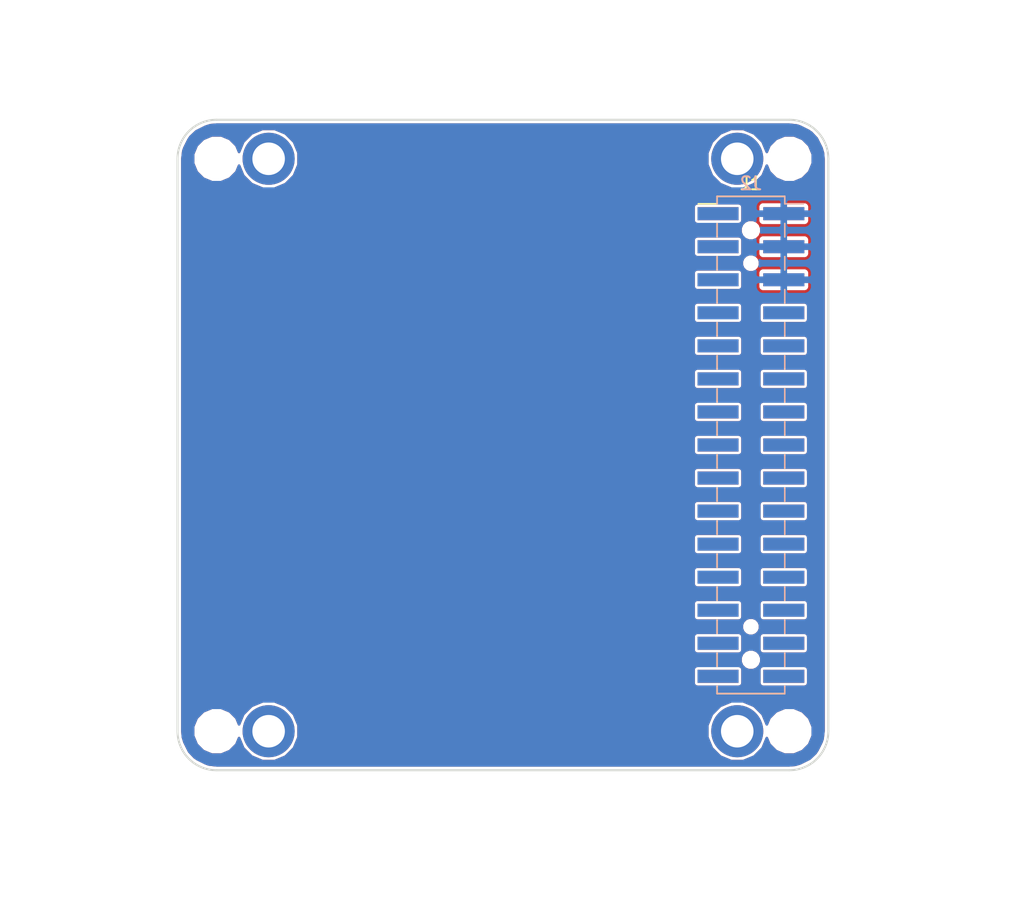
<source format=kicad_pcb>
(kicad_pcb (version 20171130) (host pcbnew "(5.0.0)")

  (general
    (thickness 1)
    (drawings 14)
    (tracks 0)
    (zones 0)
    (modules 10)
    (nets 27)
  )

  (page A4)
  (layers
    (0 F.Cu signal)
    (31 B.Cu signal)
    (32 B.Adhes user)
    (33 F.Adhes user)
    (34 B.Paste user)
    (35 F.Paste user)
    (36 B.SilkS user)
    (37 F.SilkS user)
    (38 B.Mask user)
    (39 F.Mask user)
    (40 Dwgs.User user)
    (41 Cmts.User user)
    (42 Eco1.User user)
    (43 Eco2.User user)
    (44 Edge.Cuts user)
    (45 Margin user)
    (46 B.CrtYd user)
    (47 F.CrtYd user)
    (48 B.Fab user)
    (49 F.Fab user)
  )

  (setup
    (last_trace_width 0.25)
    (trace_clearance 0.2)
    (zone_clearance 0.2)
    (zone_45_only no)
    (trace_min 0.2)
    (segment_width 0.1)
    (edge_width 0.15)
    (via_size 0.8)
    (via_drill 0.4)
    (via_min_size 0.4)
    (via_min_drill 0.3)
    (uvia_size 0.3)
    (uvia_drill 0.1)
    (uvias_allowed no)
    (uvia_min_size 0.2)
    (uvia_min_drill 0.1)
    (pcb_text_width 0.3)
    (pcb_text_size 1.5 1.5)
    (mod_edge_width 0.15)
    (mod_text_size 1 1)
    (mod_text_width 0.15)
    (pad_size 4 4)
    (pad_drill 2.5)
    (pad_to_mask_clearance 0.2)
    (aux_axis_origin 35 65)
    (grid_origin 35 65)
    (visible_elements 7EFFFF7F)
    (pcbplotparams
      (layerselection 0x010fc_ffffffff)
      (usegerberextensions true)
      (usegerberattributes false)
      (usegerberadvancedattributes false)
      (creategerberjobfile false)
      (excludeedgelayer true)
      (linewidth 0.100000)
      (plotframeref false)
      (viasonmask false)
      (mode 1)
      (useauxorigin true)
      (hpglpennumber 1)
      (hpglpenspeed 20)
      (hpglpendiameter 15.000000)
      (psnegative false)
      (psa4output false)
      (plotreference true)
      (plotvalue true)
      (plotinvisibletext false)
      (padsonsilk false)
      (subtractmaskfromsilk false)
      (outputformat 1)
      (mirror false)
      (drillshape 0)
      (scaleselection 1)
      (outputdirectory "Proto"))
  )

  (net 0 "")
  (net 1 GND)
  (net 2 +3V3)
  (net 3 /HPWR)
  (net 4 /BATTERY)
  (net 5 +5V)
  (net 6 /IIS_IN)
  (net 7 /IIS_OUT)
  (net 8 /IIS_MK)
  (net 9 /IIS_SK)
  (net 10 /IIS_WS)
  (net 11 /GPIO_G2)
  (net 12 /GPIO_G5)
  (net 13 /SDA)
  (net 14 /SCL)
  (net 15 /RXD2)
  (net 16 /TXD2)
  (net 17 /RXD0)
  (net 18 /TXD0)
  (net 19 /SCK)
  (net 20 /MISO)
  (net 21 /DAC)
  (net 22 /MOSI)
  (net 23 /DAC_SPK)
  (net 24 /RST)
  (net 25 /ADC_G36)
  (net 26 /ADC_G35)

  (net_class Default "これは標準のネット クラスです。"
    (clearance 0.2)
    (trace_width 0.25)
    (via_dia 0.8)
    (via_drill 0.4)
    (uvia_dia 0.3)
    (uvia_drill 0.1)
    (add_net /ADC_G35)
    (add_net /ADC_G36)
    (add_net /BATTERY)
    (add_net /DAC)
    (add_net /DAC_SPK)
    (add_net /GPIO_G2)
    (add_net /GPIO_G5)
    (add_net /HPWR)
    (add_net /IIS_IN)
    (add_net /IIS_MK)
    (add_net /IIS_OUT)
    (add_net /IIS_SK)
    (add_net /IIS_WS)
    (add_net /MISO)
    (add_net /MOSI)
    (add_net /RST)
    (add_net /RXD0)
    (add_net /RXD2)
    (add_net /SCK)
    (add_net /SCL)
    (add_net /SDA)
    (add_net /TXD0)
    (add_net /TXD2)
    (add_net GND)
  )

  (net_class POWER ""
    (clearance 0.2)
    (trace_width 0.8)
    (via_dia 0.8)
    (via_drill 0.4)
    (uvia_dia 0.3)
    (uvia_drill 0.1)
    (add_net +3V3)
    (add_net +5V)
  )

  (net_class UIM ""
    (clearance 0.2)
    (trace_width 0.3)
    (via_dia 0.8)
    (via_drill 0.4)
    (uvia_dia 0.3)
    (uvia_drill 0.1)
  )

  (module MountingHole:MountingHole_2.5mm (layer F.Cu) (tedit 5BB73BE7) (tstamp 5BB7411F)
    (at 53 43)
    (descr "Mounting Hole 2.5mm, no annular")
    (tags "mounting hole 2.5mm no annular")
    (path /5B8C54F1)
    (attr virtual)
    (fp_text reference MH6 (at 0 -3.5) (layer F.SilkS) hide
      (effects (font (size 1 1) (thickness 0.15)))
    )
    (fp_text value Fix (at 0 3.5) (layer F.Fab)
      (effects (font (size 1 1) (thickness 0.15)))
    )
    (fp_circle (center 0 0) (end 2.75 0) (layer F.CrtYd) (width 0.05))
    (fp_circle (center 0 0) (end 2.5 0) (layer Cmts.User) (width 0.15))
    (fp_text user %R (at 0.3 0) (layer F.Fab)
      (effects (font (size 1 1) (thickness 0.15)))
    )
    (pad 1 thru_hole circle (at 0 0) (size 4 4) (drill 2.5) (layers *.Cu *.Mask))
  )

  (module MountingHole:MountingHole_2.5mm (layer F.Cu) (tedit 5BB73BCC) (tstamp 5BB740A4)
    (at 17 43)
    (descr "Mounting Hole 2.5mm, no annular")
    (tags "mounting hole 2.5mm no annular")
    (path /5B8C5594)
    (attr virtual)
    (fp_text reference MH5 (at 0 -3.5) (layer F.SilkS) hide
      (effects (font (size 1 1) (thickness 0.15)))
    )
    (fp_text value Fix (at 0 3.5) (layer F.Fab)
      (effects (font (size 1 1) (thickness 0.15)))
    )
    (fp_text user %R (at 0.3 0) (layer F.Fab)
      (effects (font (size 1 1) (thickness 0.15)))
    )
    (fp_circle (center 0 0) (end 2.5 0) (layer Cmts.User) (width 0.15))
    (fp_circle (center 0 0) (end 2.75 0) (layer F.CrtYd) (width 0.05))
    (pad 1 thru_hole circle (at 0 0) (size 4 4) (drill 2.5) (layers *.Cu *.Mask))
  )

  (module MountingHole:MountingHole_2.5mm (layer F.Cu) (tedit 5BB73BCC) (tstamp 5BA4573A)
    (at 17 87)
    (descr "Mounting Hole 2.5mm, no annular")
    (tags "mounting hole 2.5mm no annular")
    (path /5B8C5594)
    (attr virtual)
    (fp_text reference MH5 (at 0 -3.5) (layer F.SilkS) hide
      (effects (font (size 1 1) (thickness 0.15)))
    )
    (fp_text value Fix (at 0 3.5) (layer F.Fab)
      (effects (font (size 1 1) (thickness 0.15)))
    )
    (fp_circle (center 0 0) (end 2.75 0) (layer F.CrtYd) (width 0.05))
    (fp_circle (center 0 0) (end 2.5 0) (layer Cmts.User) (width 0.15))
    (fp_text user %R (at 0.3 0) (layer F.Fab)
      (effects (font (size 1 1) (thickness 0.15)))
    )
    (pad 1 thru_hole circle (at 0 0) (size 4 4) (drill 2.5) (layers *.Cu *.Mask))
  )

  (module local:MBUS_Socket (layer B.Cu) (tedit 5B8BC2B9) (tstamp 5B298AD0)
    (at 54.05 65 180)
    (descr "surface-mounted straight pin header, 2x15, 2.54mm pitch, double rows")
    (tags "Surface mounted pin header SMD 2x15 2.54mm double row")
    (path /5B13A9E5)
    (attr smd)
    (fp_text reference J2 (at 0 20.11 180) (layer B.SilkS)
      (effects (font (size 1 1) (thickness 0.15)) (justify mirror))
    )
    (fp_text value MBUS_BOTTOM (at 0 -20.11 180) (layer B.Fab)
      (effects (font (size 1 1) (thickness 0.15)) (justify mirror))
    )
    (fp_line (start 2.54 -19.05) (end -2.54 -19.05) (layer B.Fab) (width 0.1))
    (fp_line (start -1.59 19.05) (end 2.54 19.05) (layer B.Fab) (width 0.1))
    (fp_line (start -2.54 -19.05) (end -2.54 18.1) (layer B.Fab) (width 0.1))
    (fp_line (start -2.54 18.1) (end -1.59 19.05) (layer B.Fab) (width 0.1))
    (fp_line (start 2.54 19.05) (end 2.54 -19.05) (layer B.Fab) (width 0.1))
    (fp_line (start -2.54 18.1) (end -3.6 18.1) (layer B.Fab) (width 0.1))
    (fp_line (start -3.6 18.1) (end -3.6 17.46) (layer B.Fab) (width 0.1))
    (fp_line (start -3.6 17.46) (end -2.54 17.46) (layer B.Fab) (width 0.1))
    (fp_line (start 2.54 18.1) (end 3.6 18.1) (layer B.Fab) (width 0.1))
    (fp_line (start 3.6 18.1) (end 3.6 17.46) (layer B.Fab) (width 0.1))
    (fp_line (start 3.6 17.46) (end 2.54 17.46) (layer B.Fab) (width 0.1))
    (fp_line (start -2.54 15.56) (end -3.6 15.56) (layer B.Fab) (width 0.1))
    (fp_line (start -3.6 15.56) (end -3.6 14.92) (layer B.Fab) (width 0.1))
    (fp_line (start -3.6 14.92) (end -2.54 14.92) (layer B.Fab) (width 0.1))
    (fp_line (start 2.54 15.56) (end 3.6 15.56) (layer B.Fab) (width 0.1))
    (fp_line (start 3.6 15.56) (end 3.6 14.92) (layer B.Fab) (width 0.1))
    (fp_line (start 3.6 14.92) (end 2.54 14.92) (layer B.Fab) (width 0.1))
    (fp_line (start -2.54 13.02) (end -3.6 13.02) (layer B.Fab) (width 0.1))
    (fp_line (start -3.6 13.02) (end -3.6 12.38) (layer B.Fab) (width 0.1))
    (fp_line (start -3.6 12.38) (end -2.54 12.38) (layer B.Fab) (width 0.1))
    (fp_line (start 2.54 13.02) (end 3.6 13.02) (layer B.Fab) (width 0.1))
    (fp_line (start 3.6 13.02) (end 3.6 12.38) (layer B.Fab) (width 0.1))
    (fp_line (start 3.6 12.38) (end 2.54 12.38) (layer B.Fab) (width 0.1))
    (fp_line (start -2.54 10.48) (end -3.6 10.48) (layer B.Fab) (width 0.1))
    (fp_line (start -3.6 10.48) (end -3.6 9.84) (layer B.Fab) (width 0.1))
    (fp_line (start -3.6 9.84) (end -2.54 9.84) (layer B.Fab) (width 0.1))
    (fp_line (start 2.54 10.48) (end 3.6 10.48) (layer B.Fab) (width 0.1))
    (fp_line (start 3.6 10.48) (end 3.6 9.84) (layer B.Fab) (width 0.1))
    (fp_line (start 3.6 9.84) (end 2.54 9.84) (layer B.Fab) (width 0.1))
    (fp_line (start -2.54 7.94) (end -3.6 7.94) (layer B.Fab) (width 0.1))
    (fp_line (start -3.6 7.94) (end -3.6 7.3) (layer B.Fab) (width 0.1))
    (fp_line (start -3.6 7.3) (end -2.54 7.3) (layer B.Fab) (width 0.1))
    (fp_line (start 2.54 7.94) (end 3.6 7.94) (layer B.Fab) (width 0.1))
    (fp_line (start 3.6 7.94) (end 3.6 7.3) (layer B.Fab) (width 0.1))
    (fp_line (start 3.6 7.3) (end 2.54 7.3) (layer B.Fab) (width 0.1))
    (fp_line (start -2.54 5.4) (end -3.6 5.4) (layer B.Fab) (width 0.1))
    (fp_line (start -3.6 5.4) (end -3.6 4.76) (layer B.Fab) (width 0.1))
    (fp_line (start -3.6 4.76) (end -2.54 4.76) (layer B.Fab) (width 0.1))
    (fp_line (start 2.54 5.4) (end 3.6 5.4) (layer B.Fab) (width 0.1))
    (fp_line (start 3.6 5.4) (end 3.6 4.76) (layer B.Fab) (width 0.1))
    (fp_line (start 3.6 4.76) (end 2.54 4.76) (layer B.Fab) (width 0.1))
    (fp_line (start -2.54 2.86) (end -3.6 2.86) (layer B.Fab) (width 0.1))
    (fp_line (start -3.6 2.86) (end -3.6 2.22) (layer B.Fab) (width 0.1))
    (fp_line (start -3.6 2.22) (end -2.54 2.22) (layer B.Fab) (width 0.1))
    (fp_line (start 2.54 2.86) (end 3.6 2.86) (layer B.Fab) (width 0.1))
    (fp_line (start 3.6 2.86) (end 3.6 2.22) (layer B.Fab) (width 0.1))
    (fp_line (start 3.6 2.22) (end 2.54 2.22) (layer B.Fab) (width 0.1))
    (fp_line (start -2.54 0.32) (end -3.6 0.32) (layer B.Fab) (width 0.1))
    (fp_line (start -3.6 0.32) (end -3.6 -0.32) (layer B.Fab) (width 0.1))
    (fp_line (start -3.6 -0.32) (end -2.54 -0.32) (layer B.Fab) (width 0.1))
    (fp_line (start 2.54 0.32) (end 3.6 0.32) (layer B.Fab) (width 0.1))
    (fp_line (start 3.6 0.32) (end 3.6 -0.32) (layer B.Fab) (width 0.1))
    (fp_line (start 3.6 -0.32) (end 2.54 -0.32) (layer B.Fab) (width 0.1))
    (fp_line (start -2.54 -2.22) (end -3.6 -2.22) (layer B.Fab) (width 0.1))
    (fp_line (start -3.6 -2.22) (end -3.6 -2.86) (layer B.Fab) (width 0.1))
    (fp_line (start -3.6 -2.86) (end -2.54 -2.86) (layer B.Fab) (width 0.1))
    (fp_line (start 2.54 -2.22) (end 3.6 -2.22) (layer B.Fab) (width 0.1))
    (fp_line (start 3.6 -2.22) (end 3.6 -2.86) (layer B.Fab) (width 0.1))
    (fp_line (start 3.6 -2.86) (end 2.54 -2.86) (layer B.Fab) (width 0.1))
    (fp_line (start -2.54 -4.76) (end -3.6 -4.76) (layer B.Fab) (width 0.1))
    (fp_line (start -3.6 -4.76) (end -3.6 -5.4) (layer B.Fab) (width 0.1))
    (fp_line (start -3.6 -5.4) (end -2.54 -5.4) (layer B.Fab) (width 0.1))
    (fp_line (start 2.54 -4.76) (end 3.6 -4.76) (layer B.Fab) (width 0.1))
    (fp_line (start 3.6 -4.76) (end 3.6 -5.4) (layer B.Fab) (width 0.1))
    (fp_line (start 3.6 -5.4) (end 2.54 -5.4) (layer B.Fab) (width 0.1))
    (fp_line (start -2.54 -7.3) (end -3.6 -7.3) (layer B.Fab) (width 0.1))
    (fp_line (start -3.6 -7.3) (end -3.6 -7.94) (layer B.Fab) (width 0.1))
    (fp_line (start -3.6 -7.94) (end -2.54 -7.94) (layer B.Fab) (width 0.1))
    (fp_line (start 2.54 -7.3) (end 3.6 -7.3) (layer B.Fab) (width 0.1))
    (fp_line (start 3.6 -7.3) (end 3.6 -7.94) (layer B.Fab) (width 0.1))
    (fp_line (start 3.6 -7.94) (end 2.54 -7.94) (layer B.Fab) (width 0.1))
    (fp_line (start -2.54 -9.84) (end -3.6 -9.84) (layer B.Fab) (width 0.1))
    (fp_line (start -3.6 -9.84) (end -3.6 -10.48) (layer B.Fab) (width 0.1))
    (fp_line (start -3.6 -10.48) (end -2.54 -10.48) (layer B.Fab) (width 0.1))
    (fp_line (start 2.54 -9.84) (end 3.6 -9.84) (layer B.Fab) (width 0.1))
    (fp_line (start 3.6 -9.84) (end 3.6 -10.48) (layer B.Fab) (width 0.1))
    (fp_line (start 3.6 -10.48) (end 2.54 -10.48) (layer B.Fab) (width 0.1))
    (fp_line (start -2.54 -12.38) (end -3.6 -12.38) (layer B.Fab) (width 0.1))
    (fp_line (start -3.6 -12.38) (end -3.6 -13.02) (layer B.Fab) (width 0.1))
    (fp_line (start -3.6 -13.02) (end -2.54 -13.02) (layer B.Fab) (width 0.1))
    (fp_line (start 2.54 -12.38) (end 3.6 -12.38) (layer B.Fab) (width 0.1))
    (fp_line (start 3.6 -12.38) (end 3.6 -13.02) (layer B.Fab) (width 0.1))
    (fp_line (start 3.6 -13.02) (end 2.54 -13.02) (layer B.Fab) (width 0.1))
    (fp_line (start -2.54 -14.92) (end -3.6 -14.92) (layer B.Fab) (width 0.1))
    (fp_line (start -3.6 -14.92) (end -3.6 -15.56) (layer B.Fab) (width 0.1))
    (fp_line (start -3.6 -15.56) (end -2.54 -15.56) (layer B.Fab) (width 0.1))
    (fp_line (start 2.54 -14.92) (end 3.6 -14.92) (layer B.Fab) (width 0.1))
    (fp_line (start 3.6 -14.92) (end 3.6 -15.56) (layer B.Fab) (width 0.1))
    (fp_line (start 3.6 -15.56) (end 2.54 -15.56) (layer B.Fab) (width 0.1))
    (fp_line (start -2.54 -17.46) (end -3.6 -17.46) (layer B.Fab) (width 0.1))
    (fp_line (start -3.6 -17.46) (end -3.6 -18.1) (layer B.Fab) (width 0.1))
    (fp_line (start -3.6 -18.1) (end -2.54 -18.1) (layer B.Fab) (width 0.1))
    (fp_line (start 2.54 -17.46) (end 3.6 -17.46) (layer B.Fab) (width 0.1))
    (fp_line (start 3.6 -17.46) (end 3.6 -18.1) (layer B.Fab) (width 0.1))
    (fp_line (start 3.6 -18.1) (end 2.54 -18.1) (layer B.Fab) (width 0.1))
    (fp_line (start -2.6 19.11) (end 2.6 19.11) (layer B.SilkS) (width 0.12))
    (fp_line (start -2.6 -19.11) (end 2.6 -19.11) (layer B.SilkS) (width 0.12))
    (fp_line (start -4.04 18.54) (end -2.6 18.54) (layer B.SilkS) (width 0.12))
    (fp_line (start -2.6 19.11) (end -2.6 18.54) (layer B.SilkS) (width 0.12))
    (fp_line (start 2.6 19.11) (end 2.6 18.54) (layer B.SilkS) (width 0.12))
    (fp_line (start -2.6 -18.54) (end -2.6 -19.11) (layer B.SilkS) (width 0.12))
    (fp_line (start 2.6 -18.54) (end 2.6 -19.11) (layer B.SilkS) (width 0.12))
    (fp_line (start -2.6 17.02) (end -2.6 16) (layer B.SilkS) (width 0.12))
    (fp_line (start 2.6 17.02) (end 2.6 16) (layer B.SilkS) (width 0.12))
    (fp_line (start -2.6 14.48) (end -2.6 13.46) (layer B.SilkS) (width 0.12))
    (fp_line (start 2.6 14.48) (end 2.6 13.46) (layer B.SilkS) (width 0.12))
    (fp_line (start -2.6 11.94) (end -2.6 10.92) (layer B.SilkS) (width 0.12))
    (fp_line (start 2.6 11.94) (end 2.6 10.92) (layer B.SilkS) (width 0.12))
    (fp_line (start -2.6 9.4) (end -2.6 8.38) (layer B.SilkS) (width 0.12))
    (fp_line (start 2.6 9.4) (end 2.6 8.38) (layer B.SilkS) (width 0.12))
    (fp_line (start -2.6 6.86) (end -2.6 5.84) (layer B.SilkS) (width 0.12))
    (fp_line (start 2.6 6.86) (end 2.6 5.84) (layer B.SilkS) (width 0.12))
    (fp_line (start -2.6 4.32) (end -2.6 3.3) (layer B.SilkS) (width 0.12))
    (fp_line (start 2.6 4.32) (end 2.6 3.3) (layer B.SilkS) (width 0.12))
    (fp_line (start -2.6 1.78) (end -2.6 0.76) (layer B.SilkS) (width 0.12))
    (fp_line (start 2.6 1.78) (end 2.6 0.76) (layer B.SilkS) (width 0.12))
    (fp_line (start -2.6 -0.76) (end -2.6 -1.78) (layer B.SilkS) (width 0.12))
    (fp_line (start 2.6 -0.76) (end 2.6 -1.78) (layer B.SilkS) (width 0.12))
    (fp_line (start -2.6 -3.3) (end -2.6 -4.32) (layer B.SilkS) (width 0.12))
    (fp_line (start 2.6 -3.3) (end 2.6 -4.32) (layer B.SilkS) (width 0.12))
    (fp_line (start -2.6 -5.84) (end -2.6 -6.86) (layer B.SilkS) (width 0.12))
    (fp_line (start 2.6 -5.84) (end 2.6 -6.86) (layer B.SilkS) (width 0.12))
    (fp_line (start -2.6 -8.38) (end -2.6 -9.4) (layer B.SilkS) (width 0.12))
    (fp_line (start 2.6 -8.38) (end 2.6 -9.4) (layer B.SilkS) (width 0.12))
    (fp_line (start -2.6 -10.92) (end -2.6 -11.94) (layer B.SilkS) (width 0.12))
    (fp_line (start 2.6 -10.92) (end 2.6 -11.94) (layer B.SilkS) (width 0.12))
    (fp_line (start -2.6 -13.46) (end -2.6 -14.48) (layer B.SilkS) (width 0.12))
    (fp_line (start 2.6 -13.46) (end 2.6 -14.48) (layer B.SilkS) (width 0.12))
    (fp_line (start -2.6 -16) (end -2.6 -17.02) (layer B.SilkS) (width 0.12))
    (fp_line (start 2.6 -16) (end 2.6 -17.02) (layer B.SilkS) (width 0.12))
    (fp_line (start -5.9 19.6) (end -5.9 -19.6) (layer B.CrtYd) (width 0.05))
    (fp_line (start -5.9 -19.6) (end 5.9 -19.6) (layer B.CrtYd) (width 0.05))
    (fp_line (start 5.9 -19.6) (end 5.9 19.6) (layer B.CrtYd) (width 0.05))
    (fp_line (start 5.9 19.6) (end -5.9 19.6) (layer B.CrtYd) (width 0.05))
    (fp_text user %R (at 0 0 90) (layer B.Fab)
      (effects (font (size 1 1) (thickness 0.15)) (justify mirror))
    )
    (pad "" np_thru_hole circle (at 0 -16.51 180) (size 1 1) (drill 1) (layers *.Cu *.Mask))
    (pad "" np_thru_hole circle (at 0 16.51 180) (size 1 1) (drill 1) (layers *.Cu *.Mask))
    (pad 1 smd rect (at -2.525 17.78 180) (size 3.15 1) (layers B.Cu B.Mask)
      (net 1 GND))
    (pad 2 smd rect (at 2.525 17.78 180) (size 3.15 1) (layers B.Cu B.Mask)
      (net 26 /ADC_G35))
    (pad 3 smd rect (at -2.525 15.24 180) (size 3.15 1) (layers B.Cu B.Mask)
      (net 1 GND))
    (pad 4 smd rect (at 2.525 15.24 180) (size 3.15 1) (layers B.Cu B.Mask)
      (net 25 /ADC_G36))
    (pad 5 smd rect (at -2.525 12.7 180) (size 3.15 1) (layers B.Cu B.Mask)
      (net 1 GND))
    (pad 6 smd rect (at 2.525 12.7 180) (size 3.15 1) (layers B.Cu B.Mask)
      (net 24 /RST))
    (pad 7 smd rect (at -2.525 10.16 180) (size 3.15 1) (layers B.Cu B.Mask)
      (net 22 /MOSI))
    (pad 8 smd rect (at 2.525 10.16 180) (size 3.15 1) (layers B.Cu B.Mask)
      (net 23 /DAC_SPK))
    (pad 9 smd rect (at -2.525 7.62 180) (size 3.15 1) (layers B.Cu B.Mask)
      (net 20 /MISO))
    (pad 10 smd rect (at 2.525 7.62 180) (size 3.15 1) (layers B.Cu B.Mask)
      (net 21 /DAC))
    (pad 11 smd rect (at -2.525 5.08 180) (size 3.15 1) (layers B.Cu B.Mask)
      (net 19 /SCK))
    (pad 12 smd rect (at 2.525 5.08 180) (size 3.15 1) (layers B.Cu B.Mask)
      (net 2 +3V3))
    (pad 13 smd rect (at -2.525 2.54 180) (size 3.15 1) (layers B.Cu B.Mask)
      (net 17 /RXD0))
    (pad 14 smd rect (at 2.525 2.54 180) (size 3.15 1) (layers B.Cu B.Mask)
      (net 18 /TXD0))
    (pad 15 smd rect (at -2.525 0 180) (size 3.15 1) (layers B.Cu B.Mask)
      (net 15 /RXD2))
    (pad 16 smd rect (at 2.525 0 180) (size 3.15 1) (layers B.Cu B.Mask)
      (net 16 /TXD2))
    (pad 17 smd rect (at -2.525 -2.54 180) (size 3.15 1) (layers B.Cu B.Mask)
      (net 13 /SDA))
    (pad 18 smd rect (at 2.525 -2.54 180) (size 3.15 1) (layers B.Cu B.Mask)
      (net 14 /SCL))
    (pad 19 smd rect (at -2.525 -5.08 180) (size 3.15 1) (layers B.Cu B.Mask)
      (net 11 /GPIO_G2))
    (pad 20 smd rect (at 2.525 -5.08 180) (size 3.15 1) (layers B.Cu B.Mask)
      (net 12 /GPIO_G5))
    (pad 21 smd rect (at -2.525 -7.62 180) (size 3.15 1) (layers B.Cu B.Mask)
      (net 9 /IIS_SK))
    (pad 22 smd rect (at 2.525 -7.62 180) (size 3.15 1) (layers B.Cu B.Mask)
      (net 10 /IIS_WS))
    (pad 23 smd rect (at -2.525 -10.16 180) (size 3.15 1) (layers B.Cu B.Mask)
      (net 7 /IIS_OUT))
    (pad 24 smd rect (at 2.525 -10.16 180) (size 3.15 1) (layers B.Cu B.Mask)
      (net 8 /IIS_MK))
    (pad 25 smd rect (at -2.525 -12.7 180) (size 3.15 1) (layers B.Cu B.Mask)
      (net 3 /HPWR))
    (pad 26 smd rect (at 2.525 -12.7 180) (size 3.15 1) (layers B.Cu B.Mask)
      (net 6 /IIS_IN))
    (pad 27 smd rect (at -2.525 -15.24 180) (size 3.15 1) (layers B.Cu B.Mask)
      (net 3 /HPWR))
    (pad 28 smd rect (at 2.525 -15.24 180) (size 3.15 1) (layers B.Cu B.Mask)
      (net 5 +5V))
    (pad 29 smd rect (at -2.525 -17.78 180) (size 3.15 1) (layers B.Cu B.Mask)
      (net 3 /HPWR))
    (pad 30 smd rect (at 2.525 -17.78 180) (size 3.15 1) (layers B.Cu B.Mask)
      (net 4 /BATTERY))
    (model ${KIPRJMOD}/local.pretty/MBUS_Socket.step
      (at (xyz 0 0 0))
      (scale (xyz 1 1 1))
      (rotate (xyz 0 0 0))
    )
  )

  (module local:MBUS_Header (layer F.Cu) (tedit 5B7B014F) (tstamp 5B2969DC)
    (at 54.05 65)
    (descr "surface-mounted straight pin header, 2x15, 2.54mm pitch, double rows")
    (tags "Surface mounted pin header SMD 2x15 2.54mm double row")
    (path /5B0DA09F)
    (attr smd)
    (fp_text reference J1 (at 0 -20.11) (layer F.SilkS)
      (effects (font (size 1 1) (thickness 0.15)))
    )
    (fp_text value MBUS_TOP (at 0 20.11) (layer F.Fab)
      (effects (font (size 1 1) (thickness 0.15)))
    )
    (fp_line (start 2.54 19.05) (end -2.54 19.05) (layer F.Fab) (width 0.1))
    (fp_line (start -1.59 -19.05) (end 2.54 -19.05) (layer F.Fab) (width 0.1))
    (fp_line (start -2.54 19.05) (end -2.54 -18.1) (layer F.Fab) (width 0.1))
    (fp_line (start -2.54 -18.1) (end -1.59 -19.05) (layer F.Fab) (width 0.1))
    (fp_line (start 2.54 -19.05) (end 2.54 19.05) (layer F.Fab) (width 0.1))
    (fp_line (start -2.54 -18.1) (end -3.6 -18.1) (layer F.Fab) (width 0.1))
    (fp_line (start -3.6 -18.1) (end -3.6 -17.46) (layer F.Fab) (width 0.1))
    (fp_line (start -3.6 -17.46) (end -2.54 -17.46) (layer F.Fab) (width 0.1))
    (fp_line (start 2.54 -18.1) (end 3.6 -18.1) (layer F.Fab) (width 0.1))
    (fp_line (start 3.6 -18.1) (end 3.6 -17.46) (layer F.Fab) (width 0.1))
    (fp_line (start 3.6 -17.46) (end 2.54 -17.46) (layer F.Fab) (width 0.1))
    (fp_line (start -2.54 -15.56) (end -3.6 -15.56) (layer F.Fab) (width 0.1))
    (fp_line (start -3.6 -15.56) (end -3.6 -14.92) (layer F.Fab) (width 0.1))
    (fp_line (start -3.6 -14.92) (end -2.54 -14.92) (layer F.Fab) (width 0.1))
    (fp_line (start 2.54 -15.56) (end 3.6 -15.56) (layer F.Fab) (width 0.1))
    (fp_line (start 3.6 -15.56) (end 3.6 -14.92) (layer F.Fab) (width 0.1))
    (fp_line (start 3.6 -14.92) (end 2.54 -14.92) (layer F.Fab) (width 0.1))
    (fp_line (start -2.54 -13.02) (end -3.6 -13.02) (layer F.Fab) (width 0.1))
    (fp_line (start -3.6 -13.02) (end -3.6 -12.38) (layer F.Fab) (width 0.1))
    (fp_line (start -3.6 -12.38) (end -2.54 -12.38) (layer F.Fab) (width 0.1))
    (fp_line (start 2.54 -13.02) (end 3.6 -13.02) (layer F.Fab) (width 0.1))
    (fp_line (start 3.6 -13.02) (end 3.6 -12.38) (layer F.Fab) (width 0.1))
    (fp_line (start 3.6 -12.38) (end 2.54 -12.38) (layer F.Fab) (width 0.1))
    (fp_line (start -2.54 -10.48) (end -3.6 -10.48) (layer F.Fab) (width 0.1))
    (fp_line (start -3.6 -10.48) (end -3.6 -9.84) (layer F.Fab) (width 0.1))
    (fp_line (start -3.6 -9.84) (end -2.54 -9.84) (layer F.Fab) (width 0.1))
    (fp_line (start 2.54 -10.48) (end 3.6 -10.48) (layer F.Fab) (width 0.1))
    (fp_line (start 3.6 -10.48) (end 3.6 -9.84) (layer F.Fab) (width 0.1))
    (fp_line (start 3.6 -9.84) (end 2.54 -9.84) (layer F.Fab) (width 0.1))
    (fp_line (start -2.54 -7.94) (end -3.6 -7.94) (layer F.Fab) (width 0.1))
    (fp_line (start -3.6 -7.94) (end -3.6 -7.3) (layer F.Fab) (width 0.1))
    (fp_line (start -3.6 -7.3) (end -2.54 -7.3) (layer F.Fab) (width 0.1))
    (fp_line (start 2.54 -7.94) (end 3.6 -7.94) (layer F.Fab) (width 0.1))
    (fp_line (start 3.6 -7.94) (end 3.6 -7.3) (layer F.Fab) (width 0.1))
    (fp_line (start 3.6 -7.3) (end 2.54 -7.3) (layer F.Fab) (width 0.1))
    (fp_line (start -2.54 -5.4) (end -3.6 -5.4) (layer F.Fab) (width 0.1))
    (fp_line (start -3.6 -5.4) (end -3.6 -4.76) (layer F.Fab) (width 0.1))
    (fp_line (start -3.6 -4.76) (end -2.54 -4.76) (layer F.Fab) (width 0.1))
    (fp_line (start 2.54 -5.4) (end 3.6 -5.4) (layer F.Fab) (width 0.1))
    (fp_line (start 3.6 -5.4) (end 3.6 -4.76) (layer F.Fab) (width 0.1))
    (fp_line (start 3.6 -4.76) (end 2.54 -4.76) (layer F.Fab) (width 0.1))
    (fp_line (start -2.54 -2.86) (end -3.6 -2.86) (layer F.Fab) (width 0.1))
    (fp_line (start -3.6 -2.86) (end -3.6 -2.22) (layer F.Fab) (width 0.1))
    (fp_line (start -3.6 -2.22) (end -2.54 -2.22) (layer F.Fab) (width 0.1))
    (fp_line (start 2.54 -2.86) (end 3.6 -2.86) (layer F.Fab) (width 0.1))
    (fp_line (start 3.6 -2.86) (end 3.6 -2.22) (layer F.Fab) (width 0.1))
    (fp_line (start 3.6 -2.22) (end 2.54 -2.22) (layer F.Fab) (width 0.1))
    (fp_line (start -2.54 -0.32) (end -3.6 -0.32) (layer F.Fab) (width 0.1))
    (fp_line (start -3.6 -0.32) (end -3.6 0.32) (layer F.Fab) (width 0.1))
    (fp_line (start -3.6 0.32) (end -2.54 0.32) (layer F.Fab) (width 0.1))
    (fp_line (start 2.54 -0.32) (end 3.6 -0.32) (layer F.Fab) (width 0.1))
    (fp_line (start 3.6 -0.32) (end 3.6 0.32) (layer F.Fab) (width 0.1))
    (fp_line (start 3.6 0.32) (end 2.54 0.32) (layer F.Fab) (width 0.1))
    (fp_line (start -2.54 2.22) (end -3.6 2.22) (layer F.Fab) (width 0.1))
    (fp_line (start -3.6 2.22) (end -3.6 2.86) (layer F.Fab) (width 0.1))
    (fp_line (start -3.6 2.86) (end -2.54 2.86) (layer F.Fab) (width 0.1))
    (fp_line (start 2.54 2.22) (end 3.6 2.22) (layer F.Fab) (width 0.1))
    (fp_line (start 3.6 2.22) (end 3.6 2.86) (layer F.Fab) (width 0.1))
    (fp_line (start 3.6 2.86) (end 2.54 2.86) (layer F.Fab) (width 0.1))
    (fp_line (start -2.54 4.76) (end -3.6 4.76) (layer F.Fab) (width 0.1))
    (fp_line (start -3.6 4.76) (end -3.6 5.4) (layer F.Fab) (width 0.1))
    (fp_line (start -3.6 5.4) (end -2.54 5.4) (layer F.Fab) (width 0.1))
    (fp_line (start 2.54 4.76) (end 3.6 4.76) (layer F.Fab) (width 0.1))
    (fp_line (start 3.6 4.76) (end 3.6 5.4) (layer F.Fab) (width 0.1))
    (fp_line (start 3.6 5.4) (end 2.54 5.4) (layer F.Fab) (width 0.1))
    (fp_line (start -2.54 7.3) (end -3.6 7.3) (layer F.Fab) (width 0.1))
    (fp_line (start -3.6 7.3) (end -3.6 7.94) (layer F.Fab) (width 0.1))
    (fp_line (start -3.6 7.94) (end -2.54 7.94) (layer F.Fab) (width 0.1))
    (fp_line (start 2.54 7.3) (end 3.6 7.3) (layer F.Fab) (width 0.1))
    (fp_line (start 3.6 7.3) (end 3.6 7.94) (layer F.Fab) (width 0.1))
    (fp_line (start 3.6 7.94) (end 2.54 7.94) (layer F.Fab) (width 0.1))
    (fp_line (start -2.54 9.84) (end -3.6 9.84) (layer F.Fab) (width 0.1))
    (fp_line (start -3.6 9.84) (end -3.6 10.48) (layer F.Fab) (width 0.1))
    (fp_line (start -3.6 10.48) (end -2.54 10.48) (layer F.Fab) (width 0.1))
    (fp_line (start 2.54 9.84) (end 3.6 9.84) (layer F.Fab) (width 0.1))
    (fp_line (start 3.6 9.84) (end 3.6 10.48) (layer F.Fab) (width 0.1))
    (fp_line (start 3.6 10.48) (end 2.54 10.48) (layer F.Fab) (width 0.1))
    (fp_line (start -2.54 12.38) (end -3.6 12.38) (layer F.Fab) (width 0.1))
    (fp_line (start -3.6 12.38) (end -3.6 13.02) (layer F.Fab) (width 0.1))
    (fp_line (start -3.6 13.02) (end -2.54 13.02) (layer F.Fab) (width 0.1))
    (fp_line (start 2.54 12.38) (end 3.6 12.38) (layer F.Fab) (width 0.1))
    (fp_line (start 3.6 12.38) (end 3.6 13.02) (layer F.Fab) (width 0.1))
    (fp_line (start 3.6 13.02) (end 2.54 13.02) (layer F.Fab) (width 0.1))
    (fp_line (start -2.54 14.92) (end -3.6 14.92) (layer F.Fab) (width 0.1))
    (fp_line (start -3.6 14.92) (end -3.6 15.56) (layer F.Fab) (width 0.1))
    (fp_line (start -3.6 15.56) (end -2.54 15.56) (layer F.Fab) (width 0.1))
    (fp_line (start 2.54 14.92) (end 3.6 14.92) (layer F.Fab) (width 0.1))
    (fp_line (start 3.6 14.92) (end 3.6 15.56) (layer F.Fab) (width 0.1))
    (fp_line (start 3.6 15.56) (end 2.54 15.56) (layer F.Fab) (width 0.1))
    (fp_line (start -2.54 17.46) (end -3.6 17.46) (layer F.Fab) (width 0.1))
    (fp_line (start -3.6 17.46) (end -3.6 18.1) (layer F.Fab) (width 0.1))
    (fp_line (start -3.6 18.1) (end -2.54 18.1) (layer F.Fab) (width 0.1))
    (fp_line (start 2.54 17.46) (end 3.6 17.46) (layer F.Fab) (width 0.1))
    (fp_line (start 3.6 17.46) (end 3.6 18.1) (layer F.Fab) (width 0.1))
    (fp_line (start 3.6 18.1) (end 2.54 18.1) (layer F.Fab) (width 0.1))
    (fp_line (start -2.6 -19.11) (end 2.6 -19.11) (layer F.SilkS) (width 0.12))
    (fp_line (start -2.6 19.11) (end 2.6 19.11) (layer F.SilkS) (width 0.12))
    (fp_line (start -4.04 -18.54) (end -2.6 -18.54) (layer F.SilkS) (width 0.12))
    (fp_line (start -2.6 -19.11) (end -2.6 -18.54) (layer F.SilkS) (width 0.12))
    (fp_line (start 2.6 -19.11) (end 2.6 -18.54) (layer F.SilkS) (width 0.12))
    (fp_line (start -2.6 18.54) (end -2.6 19.11) (layer F.SilkS) (width 0.12))
    (fp_line (start 2.6 18.54) (end 2.6 19.11) (layer F.SilkS) (width 0.12))
    (fp_line (start -2.6 -17.02) (end -2.6 -16) (layer F.SilkS) (width 0.12))
    (fp_line (start 2.6 -17.02) (end 2.6 -16) (layer F.SilkS) (width 0.12))
    (fp_line (start -2.6 -14.48) (end -2.6 -13.46) (layer F.SilkS) (width 0.12))
    (fp_line (start 2.6 -14.48) (end 2.6 -13.46) (layer F.SilkS) (width 0.12))
    (fp_line (start -2.6 -11.94) (end -2.6 -10.92) (layer F.SilkS) (width 0.12))
    (fp_line (start 2.6 -11.94) (end 2.6 -10.92) (layer F.SilkS) (width 0.12))
    (fp_line (start -2.6 -9.4) (end -2.6 -8.38) (layer F.SilkS) (width 0.12))
    (fp_line (start 2.6 -9.4) (end 2.6 -8.38) (layer F.SilkS) (width 0.12))
    (fp_line (start -2.6 -6.86) (end -2.6 -5.84) (layer F.SilkS) (width 0.12))
    (fp_line (start 2.6 -6.86) (end 2.6 -5.84) (layer F.SilkS) (width 0.12))
    (fp_line (start -2.6 -4.32) (end -2.6 -3.3) (layer F.SilkS) (width 0.12))
    (fp_line (start 2.6 -4.32) (end 2.6 -3.3) (layer F.SilkS) (width 0.12))
    (fp_line (start -2.6 -1.78) (end -2.6 -0.76) (layer F.SilkS) (width 0.12))
    (fp_line (start 2.6 -1.78) (end 2.6 -0.76) (layer F.SilkS) (width 0.12))
    (fp_line (start -2.6 0.76) (end -2.6 1.78) (layer F.SilkS) (width 0.12))
    (fp_line (start 2.6 0.76) (end 2.6 1.78) (layer F.SilkS) (width 0.12))
    (fp_line (start -2.6 3.3) (end -2.6 4.32) (layer F.SilkS) (width 0.12))
    (fp_line (start 2.6 3.3) (end 2.6 4.32) (layer F.SilkS) (width 0.12))
    (fp_line (start -2.6 5.84) (end -2.6 6.86) (layer F.SilkS) (width 0.12))
    (fp_line (start 2.6 5.84) (end 2.6 6.86) (layer F.SilkS) (width 0.12))
    (fp_line (start -2.6 8.38) (end -2.6 9.4) (layer F.SilkS) (width 0.12))
    (fp_line (start 2.6 8.38) (end 2.6 9.4) (layer F.SilkS) (width 0.12))
    (fp_line (start -2.6 10.92) (end -2.6 11.94) (layer F.SilkS) (width 0.12))
    (fp_line (start 2.6 10.92) (end 2.6 11.94) (layer F.SilkS) (width 0.12))
    (fp_line (start -2.6 13.46) (end -2.6 14.48) (layer F.SilkS) (width 0.12))
    (fp_line (start 2.6 13.46) (end 2.6 14.48) (layer F.SilkS) (width 0.12))
    (fp_line (start -2.6 16) (end -2.6 17.02) (layer F.SilkS) (width 0.12))
    (fp_line (start 2.6 16) (end 2.6 17.02) (layer F.SilkS) (width 0.12))
    (fp_line (start -5.9 -19.6) (end -5.9 19.6) (layer F.CrtYd) (width 0.05))
    (fp_line (start -5.9 19.6) (end 5.9 19.6) (layer F.CrtYd) (width 0.05))
    (fp_line (start 5.9 19.6) (end 5.9 -19.6) (layer F.CrtYd) (width 0.05))
    (fp_line (start 5.9 -19.6) (end -5.9 -19.6) (layer F.CrtYd) (width 0.05))
    (fp_text user %R (at 0 0 90) (layer F.Fab)
      (effects (font (size 1 1) (thickness 0.15)))
    )
    (pad "" np_thru_hole circle (at 0 13.97) (size 0.8 0.8) (drill 0.8) (layers *.Cu *.Mask))
    (pad "" np_thru_hole circle (at 0 -13.97) (size 0.8 0.8) (drill 0.8) (layers *.Cu *.Mask))
    (pad 1 smd rect (at -2.525 -17.78) (size 3.15 1) (layers F.Cu F.Mask)
      (net 26 /ADC_G35))
    (pad 2 smd rect (at 2.525 -17.78) (size 3.15 1) (layers F.Cu F.Mask)
      (net 1 GND))
    (pad 3 smd rect (at -2.525 -15.24) (size 3.15 1) (layers F.Cu F.Mask)
      (net 25 /ADC_G36))
    (pad 4 smd rect (at 2.525 -15.24) (size 3.15 1) (layers F.Cu F.Mask)
      (net 1 GND))
    (pad 5 smd rect (at -2.525 -12.7) (size 3.15 1) (layers F.Cu F.Mask)
      (net 24 /RST))
    (pad 6 smd rect (at 2.525 -12.7) (size 3.15 1) (layers F.Cu F.Mask)
      (net 1 GND))
    (pad 7 smd rect (at -2.525 -10.16) (size 3.15 1) (layers F.Cu F.Mask)
      (net 23 /DAC_SPK))
    (pad 8 smd rect (at 2.525 -10.16) (size 3.15 1) (layers F.Cu F.Mask)
      (net 22 /MOSI))
    (pad 9 smd rect (at -2.525 -7.62) (size 3.15 1) (layers F.Cu F.Mask)
      (net 21 /DAC))
    (pad 10 smd rect (at 2.525 -7.62) (size 3.15 1) (layers F.Cu F.Mask)
      (net 20 /MISO))
    (pad 11 smd rect (at -2.525 -5.08) (size 3.15 1) (layers F.Cu F.Mask)
      (net 2 +3V3))
    (pad 12 smd rect (at 2.525 -5.08) (size 3.15 1) (layers F.Cu F.Mask)
      (net 19 /SCK))
    (pad 13 smd rect (at -2.525 -2.54) (size 3.15 1) (layers F.Cu F.Mask)
      (net 18 /TXD0))
    (pad 14 smd rect (at 2.525 -2.54) (size 3.15 1) (layers F.Cu F.Mask)
      (net 17 /RXD0))
    (pad 15 smd rect (at -2.525 0) (size 3.15 1) (layers F.Cu F.Mask)
      (net 16 /TXD2))
    (pad 16 smd rect (at 2.525 0) (size 3.15 1) (layers F.Cu F.Mask)
      (net 15 /RXD2))
    (pad 17 smd rect (at -2.525 2.54) (size 3.15 1) (layers F.Cu F.Mask)
      (net 14 /SCL))
    (pad 18 smd rect (at 2.525 2.54) (size 3.15 1) (layers F.Cu F.Mask)
      (net 13 /SDA))
    (pad 19 smd rect (at -2.525 5.08) (size 3.15 1) (layers F.Cu F.Mask)
      (net 12 /GPIO_G5))
    (pad 20 smd rect (at 2.525 5.08) (size 3.15 1) (layers F.Cu F.Mask)
      (net 11 /GPIO_G2))
    (pad 21 smd rect (at -2.525 7.62) (size 3.15 1) (layers F.Cu F.Mask)
      (net 10 /IIS_WS))
    (pad 22 smd rect (at 2.525 7.62) (size 3.15 1) (layers F.Cu F.Mask)
      (net 9 /IIS_SK))
    (pad 23 smd rect (at -2.525 10.16) (size 3.15 1) (layers F.Cu F.Mask)
      (net 8 /IIS_MK))
    (pad 24 smd rect (at 2.525 10.16) (size 3.15 1) (layers F.Cu F.Mask)
      (net 7 /IIS_OUT))
    (pad 25 smd rect (at -2.525 12.7) (size 3.15 1) (layers F.Cu F.Mask)
      (net 6 /IIS_IN))
    (pad 26 smd rect (at 2.525 12.7) (size 3.15 1) (layers F.Cu F.Mask)
      (net 3 /HPWR))
    (pad 27 smd rect (at -2.525 15.24) (size 3.15 1) (layers F.Cu F.Mask)
      (net 5 +5V))
    (pad 28 smd rect (at 2.525 15.24) (size 3.15 1) (layers F.Cu F.Mask)
      (net 3 /HPWR))
    (pad 29 smd rect (at -2.525 17.78) (size 3.15 1) (layers F.Cu F.Mask)
      (net 4 /BATTERY))
    (pad 30 smd rect (at 2.525 17.78) (size 3.15 1) (layers F.Cu F.Mask)
      (net 3 /HPWR))
    (model ${KIPRJMOD}/local.pretty/MBUS_Header.step
      (at (xyz 0 0 0))
      (scale (xyz 1 1 1))
      (rotate (xyz 0 0 0))
    )
  )

  (module MountingHole:MountingHole_3mm (layer F.Cu) (tedit 5B8C20A5) (tstamp 5BA453A7)
    (at 13 87)
    (descr "Mounting Hole 3mm, no annular")
    (tags "mounting hole 3mm no annular")
    (path /5B8C5425)
    (attr virtual)
    (fp_text reference MH1 (at 0 -4) (layer F.SilkS) hide
      (effects (font (size 1 1) (thickness 0.15)))
    )
    (fp_text value Corner (at 0 4) (layer F.Fab)
      (effects (font (size 1 1) (thickness 0.15)))
    )
    (fp_circle (center 0 0) (end 3.25 0) (layer F.CrtYd) (width 0.05))
    (fp_circle (center 0 0) (end 3 0) (layer Cmts.User) (width 0.15))
    (fp_text user %R (at 0.3 0) (layer F.Fab)
      (effects (font (size 1 1) (thickness 0.15)))
    )
    (pad 1 np_thru_hole circle (at 0 0) (size 3 3) (drill 3) (layers *.Cu *.Mask))
  )

  (module MountingHole:MountingHole_3mm (layer F.Cu) (tedit 5B8C20A0) (tstamp 5BA453AF)
    (at 57 87)
    (descr "Mounting Hole 3mm, no annular")
    (tags "mounting hole 3mm no annular")
    (path /5B8C53DD)
    (attr virtual)
    (fp_text reference MH2 (at 0 -4) (layer F.SilkS) hide
      (effects (font (size 1 1) (thickness 0.15)))
    )
    (fp_text value Corner (at 0 4) (layer F.Fab)
      (effects (font (size 1 1) (thickness 0.15)))
    )
    (fp_text user %R (at 0.3 0) (layer F.Fab)
      (effects (font (size 1 1) (thickness 0.15)))
    )
    (fp_circle (center 0 0) (end 3 0) (layer Cmts.User) (width 0.15))
    (fp_circle (center 0 0) (end 3.25 0) (layer F.CrtYd) (width 0.05))
    (pad 1 np_thru_hole circle (at 0 0) (size 3 3) (drill 3) (layers *.Cu *.Mask))
  )

  (module MountingHole:MountingHole_3mm (layer F.Cu) (tedit 5B8C2090) (tstamp 5BA453B7)
    (at 13 43)
    (descr "Mounting Hole 3mm, no annular")
    (tags "mounting hole 3mm no annular")
    (path /5B8C536E)
    (attr virtual)
    (fp_text reference MH3 (at 0 -4) (layer F.SilkS) hide
      (effects (font (size 1 1) (thickness 0.15)))
    )
    (fp_text value Corner (at 0 4) (layer F.Fab)
      (effects (font (size 1 1) (thickness 0.15)))
    )
    (fp_circle (center 0 0) (end 3.25 0) (layer F.CrtYd) (width 0.05))
    (fp_circle (center 0 0) (end 3 0) (layer Cmts.User) (width 0.15))
    (fp_text user %R (at 0.3 0) (layer F.Fab)
      (effects (font (size 1 1) (thickness 0.15)))
    )
    (pad 1 np_thru_hole circle (at 0 0) (size 3 3) (drill 3) (layers *.Cu *.Mask))
  )

  (module MountingHole:MountingHole_3mm (layer F.Cu) (tedit 5B8C2095) (tstamp 5BA453BF)
    (at 57 43)
    (descr "Mounting Hole 3mm, no annular")
    (tags "mounting hole 3mm no annular")
    (path /5B8C50EC)
    (attr virtual)
    (fp_text reference MH4 (at 0 -4) (layer F.SilkS) hide
      (effects (font (size 1 1) (thickness 0.15)))
    )
    (fp_text value Corner (at 0 4) (layer F.Fab)
      (effects (font (size 1 1) (thickness 0.15)))
    )
    (fp_text user %R (at 0.3 0) (layer F.Fab)
      (effects (font (size 1 1) (thickness 0.15)))
    )
    (fp_circle (center 0 0) (end 3 0) (layer Cmts.User) (width 0.15))
    (fp_circle (center 0 0) (end 3.25 0) (layer F.CrtYd) (width 0.05))
    (pad 1 np_thru_hole circle (at 0 0) (size 3 3) (drill 3) (layers *.Cu *.Mask))
  )

  (module MountingHole:MountingHole_2.5mm (layer F.Cu) (tedit 5BB73BE7) (tstamp 5BA45741)
    (at 53 87)
    (descr "Mounting Hole 2.5mm, no annular")
    (tags "mounting hole 2.5mm no annular")
    (path /5B8C54F1)
    (attr virtual)
    (fp_text reference MH6 (at 0 -3.5) (layer F.SilkS) hide
      (effects (font (size 1 1) (thickness 0.15)))
    )
    (fp_text value Fix (at 0 3.5) (layer F.Fab)
      (effects (font (size 1 1) (thickness 0.15)))
    )
    (fp_text user %R (at 0.3 0) (layer F.Fab)
      (effects (font (size 1 1) (thickness 0.15)))
    )
    (fp_circle (center 0 0) (end 2.5 0) (layer Cmts.User) (width 0.15))
    (fp_circle (center 0 0) (end 2.75 0) (layer F.CrtYd) (width 0.05))
    (pad 1 thru_hole circle (at 0 0) (size 4 4) (drill 2.5) (layers *.Cu *.Mask))
  )

  (dimension 50 (width 0.3) (layer F.Fab)
    (gr_text "50.000 mm" (at 73.1 65 90) (layer F.Fab)
      (effects (font (size 1.5 1.5) (thickness 0.3)))
    )
    (feature1 (pts (xy 56 40) (xy 71.586421 40)))
    (feature2 (pts (xy 56 90) (xy 71.586421 90)))
    (crossbar (pts (xy 71 90) (xy 71 40)))
    (arrow1a (pts (xy 71 40) (xy 71.586421 41.126504)))
    (arrow1b (pts (xy 71 40) (xy 70.413579 41.126504)))
    (arrow2a (pts (xy 71 90) (xy 71.586421 88.873496)))
    (arrow2b (pts (xy 71 90) (xy 70.413579 88.873496)))
  )
  (dimension 3 (width 0.3) (layer F.Fab)
    (gr_text "3.000 mm" (at 1.9 41.5 270) (layer F.Fab)
      (effects (font (size 1.5 1.5) (thickness 0.3)))
    )
    (feature1 (pts (xy 13 43) (xy 3.413579 43)))
    (feature2 (pts (xy 13 40) (xy 3.413579 40)))
    (crossbar (pts (xy 4 40) (xy 4 43)))
    (arrow1a (pts (xy 4 43) (xy 3.413579 41.873496)))
    (arrow1b (pts (xy 4 43) (xy 4.586421 41.873496)))
    (arrow2a (pts (xy 4 40) (xy 3.413579 41.126504)))
    (arrow2b (pts (xy 4 40) (xy 4.586421 41.126504)))
  )
  (dimension 3 (width 0.3) (layer F.Fab)
    (gr_text "3.000 mm" (at 11.5 31.9) (layer F.Fab)
      (effects (font (size 1.5 1.5) (thickness 0.3)))
    )
    (feature1 (pts (xy 13 43) (xy 13 33.413579)))
    (feature2 (pts (xy 10 43) (xy 10 33.413579)))
    (crossbar (pts (xy 10 34) (xy 13 34)))
    (arrow1a (pts (xy 13 34) (xy 11.873496 34.586421)))
    (arrow1b (pts (xy 13 34) (xy 11.873496 33.413579)))
    (arrow2a (pts (xy 10 34) (xy 11.126504 34.586421)))
    (arrow2b (pts (xy 10 34) (xy 11.126504 33.413579)))
  )
  (dimension 7 (width 0.3) (layer F.Fab)
    (gr_text "7.000 mm" (at 13.5 102.1) (layer F.Fab)
      (effects (font (size 1.5 1.5) (thickness 0.3)))
    )
    (feature1 (pts (xy 17 87) (xy 17 100.586421)))
    (feature2 (pts (xy 10 87) (xy 10 100.586421)))
    (crossbar (pts (xy 10 100) (xy 17 100)))
    (arrow1a (pts (xy 17 100) (xy 15.873496 100.586421)))
    (arrow1b (pts (xy 17 100) (xy 15.873496 99.413579)))
    (arrow2a (pts (xy 10 100) (xy 11.126504 100.586421)))
    (arrow2b (pts (xy 10 100) (xy 11.126504 99.413579)))
  )
  (gr_arc (start 13 87) (end 10 87) (angle -90) (layer Edge.Cuts) (width 0.15))
  (gr_arc (start 57 87) (end 57 90) (angle -90) (layer Edge.Cuts) (width 0.15))
  (gr_arc (start 57 43) (end 60 43) (angle -90) (layer Edge.Cuts) (width 0.15))
  (gr_arc (start 13 43) (end 13 40) (angle -90) (layer Edge.Cuts) (width 0.15))
  (dimension 19.05 (width 0.3) (layer F.Fab)
    (gr_text "19.050 mm" (at 44.525 98.85) (layer F.Fab)
      (effects (font (size 1.5 1.5) (thickness 0.3)))
    )
    (feature1 (pts (xy 54.05 84.05) (xy 54.05 97.336421)))
    (feature2 (pts (xy 35 84.05) (xy 35 97.336421)))
    (crossbar (pts (xy 35 96.75) (xy 54.05 96.75)))
    (arrow1a (pts (xy 54.05 96.75) (xy 52.923496 97.336421)))
    (arrow1b (pts (xy 54.05 96.75) (xy 52.923496 96.163579)))
    (arrow2a (pts (xy 35 96.75) (xy 36.126504 97.336421)))
    (arrow2b (pts (xy 35 96.75) (xy 36.126504 96.163579)))
  )
  (dimension 44.05 (width 0.3) (layer F.Fab)
    (gr_text "44.050 mm" (at 32.025 34.01) (layer F.Fab)
      (effects (font (size 1.5 1.5) (thickness 0.3)))
    )
    (feature1 (pts (xy 10 45) (xy 10 35.523579)))
    (feature2 (pts (xy 54.05 45) (xy 54.05 35.523579)))
    (crossbar (pts (xy 54.05 36.11) (xy 10 36.11)))
    (arrow1a (pts (xy 10 36.11) (xy 11.126504 35.523579)))
    (arrow1b (pts (xy 10 36.11) (xy 11.126504 36.696421)))
    (arrow2a (pts (xy 54.05 36.11) (xy 52.923496 35.523579)))
    (arrow2b (pts (xy 54.05 36.11) (xy 52.923496 36.696421)))
  )
  (gr_line (start 57 40) (end 13 40) (layer Edge.Cuts) (width 0.15))
  (gr_line (start 60 87) (end 60 43) (layer Edge.Cuts) (width 0.15))
  (gr_line (start 13 90) (end 57 90) (layer Edge.Cuts) (width 0.15))
  (gr_line (start 10 43) (end 10 87) (layer Edge.Cuts) (width 0.15))

  (zone (net 1) (net_name GND) (layer B.Cu) (tstamp 5BA4A166) (hatch edge 0.508)
    (connect_pads (clearance 0.2))
    (min_thickness 0.2)
    (fill yes (arc_segments 16) (thermal_gap 0.508) (thermal_bridge_width 0.508))
    (polygon
      (pts
        (xy 10 43) (xy 11 41) (xy 13 40) (xy 57 40) (xy 59 41)
        (xy 60 43) (xy 60 87) (xy 59 89) (xy 57 90) (xy 13 90)
        (xy 11 89) (xy 10 87)
      )
    )
    (filled_polygon
      (pts
        (xy 57.603294 40.447877) (xy 57.854547 40.539077) (xy 58.455688 40.839648) (xy 58.682176 40.98814) (xy 59.099885 41.429084)
        (xy 59.120383 41.464374) (xy 59.465809 42.155225) (xy 59.582502 42.540517) (xy 59.625001 43.016708) (xy 59.625 86.978213)
        (xy 59.552123 87.603298) (xy 59.460926 87.854541) (xy 59.160352 88.455688) (xy 59.01186 88.682176) (xy 58.570918 89.099884)
        (xy 58.535628 89.120382) (xy 57.844775 89.465809) (xy 57.459483 89.582502) (xy 56.983304 89.625) (xy 13.021787 89.625)
        (xy 12.396702 89.552123) (xy 12.145459 89.460926) (xy 11.544312 89.160352) (xy 11.317824 89.01186) (xy 10.900116 88.570918)
        (xy 10.879618 88.535628) (xy 10.534191 87.844775) (xy 10.417498 87.459483) (xy 10.375 86.983304) (xy 10.375 86.641958)
        (xy 11.2 86.641958) (xy 11.2 87.358042) (xy 11.474034 88.019618) (xy 11.980382 88.525966) (xy 12.641958 88.8)
        (xy 13.358042 88.8) (xy 14.019618 88.525966) (xy 14.525966 88.019618) (xy 14.729402 87.528481) (xy 15.050154 88.302846)
        (xy 15.697154 88.949846) (xy 16.542501 89.3) (xy 17.457499 89.3) (xy 18.302846 88.949846) (xy 18.949846 88.302846)
        (xy 19.3 87.457499) (xy 19.3 86.542501) (xy 50.7 86.542501) (xy 50.7 87.457499) (xy 51.050154 88.302846)
        (xy 51.697154 88.949846) (xy 52.542501 89.3) (xy 53.457499 89.3) (xy 54.302846 88.949846) (xy 54.949846 88.302846)
        (xy 55.270598 87.528481) (xy 55.474034 88.019618) (xy 55.980382 88.525966) (xy 56.641958 88.8) (xy 57.358042 88.8)
        (xy 58.019618 88.525966) (xy 58.525966 88.019618) (xy 58.8 87.358042) (xy 58.8 86.641958) (xy 58.525966 85.980382)
        (xy 58.019618 85.474034) (xy 57.358042 85.2) (xy 56.641958 85.2) (xy 55.980382 85.474034) (xy 55.474034 85.980382)
        (xy 55.270598 86.471519) (xy 54.949846 85.697154) (xy 54.302846 85.050154) (xy 53.457499 84.7) (xy 52.542501 84.7)
        (xy 51.697154 85.050154) (xy 51.050154 85.697154) (xy 50.7 86.542501) (xy 19.3 86.542501) (xy 18.949846 85.697154)
        (xy 18.302846 85.050154) (xy 17.457499 84.7) (xy 16.542501 84.7) (xy 15.697154 85.050154) (xy 15.050154 85.697154)
        (xy 14.729402 86.471519) (xy 14.525966 85.980382) (xy 14.019618 85.474034) (xy 13.358042 85.2) (xy 12.641958 85.2)
        (xy 11.980382 85.474034) (xy 11.474034 85.980382) (xy 11.2 86.641958) (xy 10.375 86.641958) (xy 10.375 82.28)
        (xy 49.644123 82.28) (xy 49.644123 83.28) (xy 49.667407 83.397054) (xy 49.733712 83.496288) (xy 49.832946 83.562593)
        (xy 49.95 83.585877) (xy 53.1 83.585877) (xy 53.217054 83.562593) (xy 53.316288 83.496288) (xy 53.382593 83.397054)
        (xy 53.405877 83.28) (xy 53.405877 82.28) (xy 53.382593 82.162946) (xy 53.316288 82.063712) (xy 53.217054 81.997407)
        (xy 53.1 81.974123) (xy 49.95 81.974123) (xy 49.832946 81.997407) (xy 49.733712 82.063712) (xy 49.667407 82.162946)
        (xy 49.644123 82.28) (xy 10.375 82.28) (xy 10.375 81.35087) (xy 53.25 81.35087) (xy 53.25 81.66913)
        (xy 53.371793 81.963164) (xy 53.596836 82.188207) (xy 53.89087 82.31) (xy 54.20913 82.31) (xy 54.281556 82.28)
        (xy 54.694123 82.28) (xy 54.694123 83.28) (xy 54.717407 83.397054) (xy 54.783712 83.496288) (xy 54.882946 83.562593)
        (xy 55 83.585877) (xy 58.15 83.585877) (xy 58.267054 83.562593) (xy 58.366288 83.496288) (xy 58.432593 83.397054)
        (xy 58.455877 83.28) (xy 58.455877 82.28) (xy 58.432593 82.162946) (xy 58.366288 82.063712) (xy 58.267054 81.997407)
        (xy 58.15 81.974123) (xy 55 81.974123) (xy 54.882946 81.997407) (xy 54.783712 82.063712) (xy 54.717407 82.162946)
        (xy 54.694123 82.28) (xy 54.281556 82.28) (xy 54.503164 82.188207) (xy 54.728207 81.963164) (xy 54.85 81.66913)
        (xy 54.85 81.35087) (xy 54.728207 81.056836) (xy 54.503164 80.831793) (xy 54.20913 80.71) (xy 53.89087 80.71)
        (xy 53.596836 80.831793) (xy 53.371793 81.056836) (xy 53.25 81.35087) (xy 10.375 81.35087) (xy 10.375 79.74)
        (xy 49.644123 79.74) (xy 49.644123 80.74) (xy 49.667407 80.857054) (xy 49.733712 80.956288) (xy 49.832946 81.022593)
        (xy 49.95 81.045877) (xy 53.1 81.045877) (xy 53.217054 81.022593) (xy 53.316288 80.956288) (xy 53.382593 80.857054)
        (xy 53.405877 80.74) (xy 53.405877 79.74) (xy 54.694123 79.74) (xy 54.694123 80.74) (xy 54.717407 80.857054)
        (xy 54.783712 80.956288) (xy 54.882946 81.022593) (xy 55 81.045877) (xy 58.15 81.045877) (xy 58.267054 81.022593)
        (xy 58.366288 80.956288) (xy 58.432593 80.857054) (xy 58.455877 80.74) (xy 58.455877 79.74) (xy 58.432593 79.622946)
        (xy 58.366288 79.523712) (xy 58.267054 79.457407) (xy 58.15 79.434123) (xy 55 79.434123) (xy 54.882946 79.457407)
        (xy 54.783712 79.523712) (xy 54.717407 79.622946) (xy 54.694123 79.74) (xy 53.405877 79.74) (xy 53.382593 79.622946)
        (xy 53.316288 79.523712) (xy 53.217054 79.457407) (xy 53.1 79.434123) (xy 49.95 79.434123) (xy 49.832946 79.457407)
        (xy 49.733712 79.523712) (xy 49.667407 79.622946) (xy 49.644123 79.74) (xy 10.375 79.74) (xy 10.375 78.830761)
        (xy 53.35 78.830761) (xy 53.35 79.109239) (xy 53.456568 79.366518) (xy 53.653482 79.563432) (xy 53.910761 79.67)
        (xy 54.189239 79.67) (xy 54.446518 79.563432) (xy 54.643432 79.366518) (xy 54.75 79.109239) (xy 54.75 78.830761)
        (xy 54.643432 78.573482) (xy 54.446518 78.376568) (xy 54.189239 78.27) (xy 53.910761 78.27) (xy 53.653482 78.376568)
        (xy 53.456568 78.573482) (xy 53.35 78.830761) (xy 10.375 78.830761) (xy 10.375 77.2) (xy 49.644123 77.2)
        (xy 49.644123 78.2) (xy 49.667407 78.317054) (xy 49.733712 78.416288) (xy 49.832946 78.482593) (xy 49.95 78.505877)
        (xy 53.1 78.505877) (xy 53.217054 78.482593) (xy 53.316288 78.416288) (xy 53.382593 78.317054) (xy 53.405877 78.2)
        (xy 53.405877 77.2) (xy 54.694123 77.2) (xy 54.694123 78.2) (xy 54.717407 78.317054) (xy 54.783712 78.416288)
        (xy 54.882946 78.482593) (xy 55 78.505877) (xy 58.15 78.505877) (xy 58.267054 78.482593) (xy 58.366288 78.416288)
        (xy 58.432593 78.317054) (xy 58.455877 78.2) (xy 58.455877 77.2) (xy 58.432593 77.082946) (xy 58.366288 76.983712)
        (xy 58.267054 76.917407) (xy 58.15 76.894123) (xy 55 76.894123) (xy 54.882946 76.917407) (xy 54.783712 76.983712)
        (xy 54.717407 77.082946) (xy 54.694123 77.2) (xy 53.405877 77.2) (xy 53.382593 77.082946) (xy 53.316288 76.983712)
        (xy 53.217054 76.917407) (xy 53.1 76.894123) (xy 49.95 76.894123) (xy 49.832946 76.917407) (xy 49.733712 76.983712)
        (xy 49.667407 77.082946) (xy 49.644123 77.2) (xy 10.375 77.2) (xy 10.375 74.66) (xy 49.644123 74.66)
        (xy 49.644123 75.66) (xy 49.667407 75.777054) (xy 49.733712 75.876288) (xy 49.832946 75.942593) (xy 49.95 75.965877)
        (xy 53.1 75.965877) (xy 53.217054 75.942593) (xy 53.316288 75.876288) (xy 53.382593 75.777054) (xy 53.405877 75.66)
        (xy 53.405877 74.66) (xy 54.694123 74.66) (xy 54.694123 75.66) (xy 54.717407 75.777054) (xy 54.783712 75.876288)
        (xy 54.882946 75.942593) (xy 55 75.965877) (xy 58.15 75.965877) (xy 58.267054 75.942593) (xy 58.366288 75.876288)
        (xy 58.432593 75.777054) (xy 58.455877 75.66) (xy 58.455877 74.66) (xy 58.432593 74.542946) (xy 58.366288 74.443712)
        (xy 58.267054 74.377407) (xy 58.15 74.354123) (xy 55 74.354123) (xy 54.882946 74.377407) (xy 54.783712 74.443712)
        (xy 54.717407 74.542946) (xy 54.694123 74.66) (xy 53.405877 74.66) (xy 53.382593 74.542946) (xy 53.316288 74.443712)
        (xy 53.217054 74.377407) (xy 53.1 74.354123) (xy 49.95 74.354123) (xy 49.832946 74.377407) (xy 49.733712 74.443712)
        (xy 49.667407 74.542946) (xy 49.644123 74.66) (xy 10.375 74.66) (xy 10.375 72.12) (xy 49.644123 72.12)
        (xy 49.644123 73.12) (xy 49.667407 73.237054) (xy 49.733712 73.336288) (xy 49.832946 73.402593) (xy 49.95 73.425877)
        (xy 53.1 73.425877) (xy 53.217054 73.402593) (xy 53.316288 73.336288) (xy 53.382593 73.237054) (xy 53.405877 73.12)
        (xy 53.405877 72.12) (xy 54.694123 72.12) (xy 54.694123 73.12) (xy 54.717407 73.237054) (xy 54.783712 73.336288)
        (xy 54.882946 73.402593) (xy 55 73.425877) (xy 58.15 73.425877) (xy 58.267054 73.402593) (xy 58.366288 73.336288)
        (xy 58.432593 73.237054) (xy 58.455877 73.12) (xy 58.455877 72.12) (xy 58.432593 72.002946) (xy 58.366288 71.903712)
        (xy 58.267054 71.837407) (xy 58.15 71.814123) (xy 55 71.814123) (xy 54.882946 71.837407) (xy 54.783712 71.903712)
        (xy 54.717407 72.002946) (xy 54.694123 72.12) (xy 53.405877 72.12) (xy 53.382593 72.002946) (xy 53.316288 71.903712)
        (xy 53.217054 71.837407) (xy 53.1 71.814123) (xy 49.95 71.814123) (xy 49.832946 71.837407) (xy 49.733712 71.903712)
        (xy 49.667407 72.002946) (xy 49.644123 72.12) (xy 10.375 72.12) (xy 10.375 69.58) (xy 49.644123 69.58)
        (xy 49.644123 70.58) (xy 49.667407 70.697054) (xy 49.733712 70.796288) (xy 49.832946 70.862593) (xy 49.95 70.885877)
        (xy 53.1 70.885877) (xy 53.217054 70.862593) (xy 53.316288 70.796288) (xy 53.382593 70.697054) (xy 53.405877 70.58)
        (xy 53.405877 69.58) (xy 54.694123 69.58) (xy 54.694123 70.58) (xy 54.717407 70.697054) (xy 54.783712 70.796288)
        (xy 54.882946 70.862593) (xy 55 70.885877) (xy 58.15 70.885877) (xy 58.267054 70.862593) (xy 58.366288 70.796288)
        (xy 58.432593 70.697054) (xy 58.455877 70.58) (xy 58.455877 69.58) (xy 58.432593 69.462946) (xy 58.366288 69.363712)
        (xy 58.267054 69.297407) (xy 58.15 69.274123) (xy 55 69.274123) (xy 54.882946 69.297407) (xy 54.783712 69.363712)
        (xy 54.717407 69.462946) (xy 54.694123 69.58) (xy 53.405877 69.58) (xy 53.382593 69.462946) (xy 53.316288 69.363712)
        (xy 53.217054 69.297407) (xy 53.1 69.274123) (xy 49.95 69.274123) (xy 49.832946 69.297407) (xy 49.733712 69.363712)
        (xy 49.667407 69.462946) (xy 49.644123 69.58) (xy 10.375 69.58) (xy 10.375 67.04) (xy 49.644123 67.04)
        (xy 49.644123 68.04) (xy 49.667407 68.157054) (xy 49.733712 68.256288) (xy 49.832946 68.322593) (xy 49.95 68.345877)
        (xy 53.1 68.345877) (xy 53.217054 68.322593) (xy 53.316288 68.256288) (xy 53.382593 68.157054) (xy 53.405877 68.04)
        (xy 53.405877 67.04) (xy 54.694123 67.04) (xy 54.694123 68.04) (xy 54.717407 68.157054) (xy 54.783712 68.256288)
        (xy 54.882946 68.322593) (xy 55 68.345877) (xy 58.15 68.345877) (xy 58.267054 68.322593) (xy 58.366288 68.256288)
        (xy 58.432593 68.157054) (xy 58.455877 68.04) (xy 58.455877 67.04) (xy 58.432593 66.922946) (xy 58.366288 66.823712)
        (xy 58.267054 66.757407) (xy 58.15 66.734123) (xy 55 66.734123) (xy 54.882946 66.757407) (xy 54.783712 66.823712)
        (xy 54.717407 66.922946) (xy 54.694123 67.04) (xy 53.405877 67.04) (xy 53.382593 66.922946) (xy 53.316288 66.823712)
        (xy 53.217054 66.757407) (xy 53.1 66.734123) (xy 49.95 66.734123) (xy 49.832946 66.757407) (xy 49.733712 66.823712)
        (xy 49.667407 66.922946) (xy 49.644123 67.04) (xy 10.375 67.04) (xy 10.375 64.5) (xy 49.644123 64.5)
        (xy 49.644123 65.5) (xy 49.667407 65.617054) (xy 49.733712 65.716288) (xy 49.832946 65.782593) (xy 49.95 65.805877)
        (xy 53.1 65.805877) (xy 53.217054 65.782593) (xy 53.316288 65.716288) (xy 53.382593 65.617054) (xy 53.405877 65.5)
        (xy 53.405877 64.5) (xy 54.694123 64.5) (xy 54.694123 65.5) (xy 54.717407 65.617054) (xy 54.783712 65.716288)
        (xy 54.882946 65.782593) (xy 55 65.805877) (xy 58.15 65.805877) (xy 58.267054 65.782593) (xy 58.366288 65.716288)
        (xy 58.432593 65.617054) (xy 58.455877 65.5) (xy 58.455877 64.5) (xy 58.432593 64.382946) (xy 58.366288 64.283712)
        (xy 58.267054 64.217407) (xy 58.15 64.194123) (xy 55 64.194123) (xy 54.882946 64.217407) (xy 54.783712 64.283712)
        (xy 54.717407 64.382946) (xy 54.694123 64.5) (xy 53.405877 64.5) (xy 53.382593 64.382946) (xy 53.316288 64.283712)
        (xy 53.217054 64.217407) (xy 53.1 64.194123) (xy 49.95 64.194123) (xy 49.832946 64.217407) (xy 49.733712 64.283712)
        (xy 49.667407 64.382946) (xy 49.644123 64.5) (xy 10.375 64.5) (xy 10.375 61.96) (xy 49.644123 61.96)
        (xy 49.644123 62.96) (xy 49.667407 63.077054) (xy 49.733712 63.176288) (xy 49.832946 63.242593) (xy 49.95 63.265877)
        (xy 53.1 63.265877) (xy 53.217054 63.242593) (xy 53.316288 63.176288) (xy 53.382593 63.077054) (xy 53.405877 62.96)
        (xy 53.405877 61.96) (xy 54.694123 61.96) (xy 54.694123 62.96) (xy 54.717407 63.077054) (xy 54.783712 63.176288)
        (xy 54.882946 63.242593) (xy 55 63.265877) (xy 58.15 63.265877) (xy 58.267054 63.242593) (xy 58.366288 63.176288)
        (xy 58.432593 63.077054) (xy 58.455877 62.96) (xy 58.455877 61.96) (xy 58.432593 61.842946) (xy 58.366288 61.743712)
        (xy 58.267054 61.677407) (xy 58.15 61.654123) (xy 55 61.654123) (xy 54.882946 61.677407) (xy 54.783712 61.743712)
        (xy 54.717407 61.842946) (xy 54.694123 61.96) (xy 53.405877 61.96) (xy 53.382593 61.842946) (xy 53.316288 61.743712)
        (xy 53.217054 61.677407) (xy 53.1 61.654123) (xy 49.95 61.654123) (xy 49.832946 61.677407) (xy 49.733712 61.743712)
        (xy 49.667407 61.842946) (xy 49.644123 61.96) (xy 10.375 61.96) (xy 10.375 59.42) (xy 49.644123 59.42)
        (xy 49.644123 60.42) (xy 49.667407 60.537054) (xy 49.733712 60.636288) (xy 49.832946 60.702593) (xy 49.95 60.725877)
        (xy 53.1 60.725877) (xy 53.217054 60.702593) (xy 53.316288 60.636288) (xy 53.382593 60.537054) (xy 53.405877 60.42)
        (xy 53.405877 59.42) (xy 54.694123 59.42) (xy 54.694123 60.42) (xy 54.717407 60.537054) (xy 54.783712 60.636288)
        (xy 54.882946 60.702593) (xy 55 60.725877) (xy 58.15 60.725877) (xy 58.267054 60.702593) (xy 58.366288 60.636288)
        (xy 58.432593 60.537054) (xy 58.455877 60.42) (xy 58.455877 59.42) (xy 58.432593 59.302946) (xy 58.366288 59.203712)
        (xy 58.267054 59.137407) (xy 58.15 59.114123) (xy 55 59.114123) (xy 54.882946 59.137407) (xy 54.783712 59.203712)
        (xy 54.717407 59.302946) (xy 54.694123 59.42) (xy 53.405877 59.42) (xy 53.382593 59.302946) (xy 53.316288 59.203712)
        (xy 53.217054 59.137407) (xy 53.1 59.114123) (xy 49.95 59.114123) (xy 49.832946 59.137407) (xy 49.733712 59.203712)
        (xy 49.667407 59.302946) (xy 49.644123 59.42) (xy 10.375 59.42) (xy 10.375 56.88) (xy 49.644123 56.88)
        (xy 49.644123 57.88) (xy 49.667407 57.997054) (xy 49.733712 58.096288) (xy 49.832946 58.162593) (xy 49.95 58.185877)
        (xy 53.1 58.185877) (xy 53.217054 58.162593) (xy 53.316288 58.096288) (xy 53.382593 57.997054) (xy 53.405877 57.88)
        (xy 53.405877 56.88) (xy 54.694123 56.88) (xy 54.694123 57.88) (xy 54.717407 57.997054) (xy 54.783712 58.096288)
        (xy 54.882946 58.162593) (xy 55 58.185877) (xy 58.15 58.185877) (xy 58.267054 58.162593) (xy 58.366288 58.096288)
        (xy 58.432593 57.997054) (xy 58.455877 57.88) (xy 58.455877 56.88) (xy 58.432593 56.762946) (xy 58.366288 56.663712)
        (xy 58.267054 56.597407) (xy 58.15 56.574123) (xy 55 56.574123) (xy 54.882946 56.597407) (xy 54.783712 56.663712)
        (xy 54.717407 56.762946) (xy 54.694123 56.88) (xy 53.405877 56.88) (xy 53.382593 56.762946) (xy 53.316288 56.663712)
        (xy 53.217054 56.597407) (xy 53.1 56.574123) (xy 49.95 56.574123) (xy 49.832946 56.597407) (xy 49.733712 56.663712)
        (xy 49.667407 56.762946) (xy 49.644123 56.88) (xy 10.375 56.88) (xy 10.375 54.34) (xy 49.644123 54.34)
        (xy 49.644123 55.34) (xy 49.667407 55.457054) (xy 49.733712 55.556288) (xy 49.832946 55.622593) (xy 49.95 55.645877)
        (xy 53.1 55.645877) (xy 53.217054 55.622593) (xy 53.316288 55.556288) (xy 53.382593 55.457054) (xy 53.405877 55.34)
        (xy 53.405877 54.34) (xy 54.694123 54.34) (xy 54.694123 55.34) (xy 54.717407 55.457054) (xy 54.783712 55.556288)
        (xy 54.882946 55.622593) (xy 55 55.645877) (xy 58.15 55.645877) (xy 58.267054 55.622593) (xy 58.366288 55.556288)
        (xy 58.432593 55.457054) (xy 58.455877 55.34) (xy 58.455877 54.34) (xy 58.432593 54.222946) (xy 58.366288 54.123712)
        (xy 58.267054 54.057407) (xy 58.15 54.034123) (xy 55 54.034123) (xy 54.882946 54.057407) (xy 54.783712 54.123712)
        (xy 54.717407 54.222946) (xy 54.694123 54.34) (xy 53.405877 54.34) (xy 53.382593 54.222946) (xy 53.316288 54.123712)
        (xy 53.217054 54.057407) (xy 53.1 54.034123) (xy 49.95 54.034123) (xy 49.832946 54.057407) (xy 49.733712 54.123712)
        (xy 49.667407 54.222946) (xy 49.644123 54.34) (xy 10.375 54.34) (xy 10.375 51.8) (xy 49.644123 51.8)
        (xy 49.644123 52.8) (xy 49.667407 52.917054) (xy 49.733712 53.016288) (xy 49.832946 53.082593) (xy 49.95 53.105877)
        (xy 53.1 53.105877) (xy 53.217054 53.082593) (xy 53.316288 53.016288) (xy 53.382593 52.917054) (xy 53.405877 52.8)
        (xy 53.405877 52.606) (xy 54.392 52.606) (xy 54.392 52.920938) (xy 54.484562 53.144404) (xy 54.655595 53.315437)
        (xy 54.879061 53.408) (xy 56.269 53.408) (xy 56.421 53.256) (xy 56.421 52.454) (xy 56.729 52.454)
        (xy 56.729 53.256) (xy 56.881 53.408) (xy 58.270939 53.408) (xy 58.494405 53.315437) (xy 58.665438 53.144404)
        (xy 58.758 52.920938) (xy 58.758 52.606) (xy 58.606 52.454) (xy 56.729 52.454) (xy 56.421 52.454)
        (xy 54.544 52.454) (xy 54.392 52.606) (xy 53.405877 52.606) (xy 53.405877 51.8) (xy 53.382593 51.682946)
        (xy 53.316288 51.583712) (xy 53.217054 51.517407) (xy 53.1 51.494123) (xy 49.95 51.494123) (xy 49.832946 51.517407)
        (xy 49.733712 51.583712) (xy 49.667407 51.682946) (xy 49.644123 51.8) (xy 10.375 51.8) (xy 10.375 50.890761)
        (xy 53.35 50.890761) (xy 53.35 51.169239) (xy 53.456568 51.426518) (xy 53.653482 51.623432) (xy 53.910761 51.73)
        (xy 54.189239 51.73) (xy 54.408524 51.63917) (xy 54.392 51.679062) (xy 54.392 51.994) (xy 54.544 52.146)
        (xy 56.421 52.146) (xy 56.421 51.344) (xy 56.729 51.344) (xy 56.729 52.146) (xy 58.606 52.146)
        (xy 58.758 51.994) (xy 58.758 51.679062) (xy 58.665438 51.455596) (xy 58.494405 51.284563) (xy 58.270939 51.192)
        (xy 56.881 51.192) (xy 56.729 51.344) (xy 56.421 51.344) (xy 56.269 51.192) (xy 54.879061 51.192)
        (xy 54.71189 51.261245) (xy 54.75 51.169239) (xy 54.75 50.890761) (xy 54.71189 50.798755) (xy 54.879061 50.868)
        (xy 56.269 50.868) (xy 56.421 50.716) (xy 56.421 49.914) (xy 56.729 49.914) (xy 56.729 50.716)
        (xy 56.881 50.868) (xy 58.270939 50.868) (xy 58.494405 50.775437) (xy 58.665438 50.604404) (xy 58.758 50.380938)
        (xy 58.758 50.066) (xy 58.606 49.914) (xy 56.729 49.914) (xy 56.421 49.914) (xy 54.544 49.914)
        (xy 54.392 50.066) (xy 54.392 50.380938) (xy 54.408524 50.42083) (xy 54.189239 50.33) (xy 53.910761 50.33)
        (xy 53.653482 50.436568) (xy 53.456568 50.633482) (xy 53.35 50.890761) (xy 10.375 50.890761) (xy 10.375 49.26)
        (xy 49.644123 49.26) (xy 49.644123 50.26) (xy 49.667407 50.377054) (xy 49.733712 50.476288) (xy 49.832946 50.542593)
        (xy 49.95 50.565877) (xy 53.1 50.565877) (xy 53.217054 50.542593) (xy 53.316288 50.476288) (xy 53.382593 50.377054)
        (xy 53.405877 50.26) (xy 53.405877 49.26) (xy 53.382593 49.142946) (xy 53.316288 49.043712) (xy 53.217054 48.977407)
        (xy 53.1 48.954123) (xy 49.95 48.954123) (xy 49.832946 48.977407) (xy 49.733712 49.043712) (xy 49.667407 49.142946)
        (xy 49.644123 49.26) (xy 10.375 49.26) (xy 10.375 48.33087) (xy 53.25 48.33087) (xy 53.25 48.64913)
        (xy 53.371793 48.943164) (xy 53.596836 49.168207) (xy 53.89087 49.29) (xy 54.20913 49.29) (xy 54.392 49.214253)
        (xy 54.392 49.454) (xy 54.544 49.606) (xy 56.421 49.606) (xy 56.421 48.804) (xy 56.729 48.804)
        (xy 56.729 49.606) (xy 58.606 49.606) (xy 58.758 49.454) (xy 58.758 49.139062) (xy 58.665438 48.915596)
        (xy 58.494405 48.744563) (xy 58.270939 48.652) (xy 56.881 48.652) (xy 56.729 48.804) (xy 56.421 48.804)
        (xy 56.269 48.652) (xy 54.879061 48.652) (xy 54.842546 48.667125) (xy 54.85 48.64913) (xy 54.85 48.33087)
        (xy 54.842546 48.312875) (xy 54.879061 48.328) (xy 56.269 48.328) (xy 56.421 48.176) (xy 56.421 47.374)
        (xy 56.729 47.374) (xy 56.729 48.176) (xy 56.881 48.328) (xy 58.270939 48.328) (xy 58.494405 48.235437)
        (xy 58.665438 48.064404) (xy 58.758 47.840938) (xy 58.758 47.526) (xy 58.606 47.374) (xy 56.729 47.374)
        (xy 56.421 47.374) (xy 54.544 47.374) (xy 54.392 47.526) (xy 54.392 47.765747) (xy 54.20913 47.69)
        (xy 53.89087 47.69) (xy 53.596836 47.811793) (xy 53.371793 48.036836) (xy 53.25 48.33087) (xy 10.375 48.33087)
        (xy 10.375 46.72) (xy 49.644123 46.72) (xy 49.644123 47.72) (xy 49.667407 47.837054) (xy 49.733712 47.936288)
        (xy 49.832946 48.002593) (xy 49.95 48.025877) (xy 53.1 48.025877) (xy 53.217054 48.002593) (xy 53.316288 47.936288)
        (xy 53.382593 47.837054) (xy 53.405877 47.72) (xy 53.405877 46.72) (xy 53.382593 46.602946) (xy 53.379998 46.599062)
        (xy 54.392 46.599062) (xy 54.392 46.914) (xy 54.544 47.066) (xy 56.421 47.066) (xy 56.421 46.264)
        (xy 56.729 46.264) (xy 56.729 47.066) (xy 58.606 47.066) (xy 58.758 46.914) (xy 58.758 46.599062)
        (xy 58.665438 46.375596) (xy 58.494405 46.204563) (xy 58.270939 46.112) (xy 56.881 46.112) (xy 56.729 46.264)
        (xy 56.421 46.264) (xy 56.269 46.112) (xy 54.879061 46.112) (xy 54.655595 46.204563) (xy 54.484562 46.375596)
        (xy 54.392 46.599062) (xy 53.379998 46.599062) (xy 53.316288 46.503712) (xy 53.217054 46.437407) (xy 53.1 46.414123)
        (xy 49.95 46.414123) (xy 49.832946 46.437407) (xy 49.733712 46.503712) (xy 49.667407 46.602946) (xy 49.644123 46.72)
        (xy 10.375 46.72) (xy 10.375 43.021786) (xy 10.419283 42.641958) (xy 11.2 42.641958) (xy 11.2 43.358042)
        (xy 11.474034 44.019618) (xy 11.980382 44.525966) (xy 12.641958 44.8) (xy 13.358042 44.8) (xy 14.019618 44.525966)
        (xy 14.525966 44.019618) (xy 14.729402 43.528481) (xy 15.050154 44.302846) (xy 15.697154 44.949846) (xy 16.542501 45.3)
        (xy 17.457499 45.3) (xy 18.302846 44.949846) (xy 18.949846 44.302846) (xy 19.3 43.457499) (xy 19.3 42.542501)
        (xy 50.7 42.542501) (xy 50.7 43.457499) (xy 51.050154 44.302846) (xy 51.697154 44.949846) (xy 52.542501 45.3)
        (xy 53.457499 45.3) (xy 54.302846 44.949846) (xy 54.949846 44.302846) (xy 55.270598 43.528481) (xy 55.474034 44.019618)
        (xy 55.980382 44.525966) (xy 56.641958 44.8) (xy 57.358042 44.8) (xy 58.019618 44.525966) (xy 58.525966 44.019618)
        (xy 58.8 43.358042) (xy 58.8 42.641958) (xy 58.525966 41.980382) (xy 58.019618 41.474034) (xy 57.358042 41.2)
        (xy 56.641958 41.2) (xy 55.980382 41.474034) (xy 55.474034 41.980382) (xy 55.270598 42.471519) (xy 54.949846 41.697154)
        (xy 54.302846 41.050154) (xy 53.457499 40.7) (xy 52.542501 40.7) (xy 51.697154 41.050154) (xy 51.050154 41.697154)
        (xy 50.7 42.542501) (xy 19.3 42.542501) (xy 18.949846 41.697154) (xy 18.302846 41.050154) (xy 17.457499 40.7)
        (xy 16.542501 40.7) (xy 15.697154 41.050154) (xy 15.050154 41.697154) (xy 14.729402 42.471519) (xy 14.525966 41.980382)
        (xy 14.019618 41.474034) (xy 13.358042 41.2) (xy 12.641958 41.2) (xy 11.980382 41.474034) (xy 11.474034 41.980382)
        (xy 11.2 42.641958) (xy 10.419283 42.641958) (xy 10.447877 42.396706) (xy 10.539077 42.145453) (xy 10.839648 41.544312)
        (xy 10.98814 41.317824) (xy 11.429084 40.900115) (xy 11.464374 40.879617) (xy 12.155225 40.534191) (xy 12.540517 40.417498)
        (xy 13.016697 40.375) (xy 56.978214 40.375)
      )
    )
  )
  (zone (net 1) (net_name GND) (layer F.Cu) (tstamp 5BA4A163) (hatch edge 0.508)
    (connect_pads (clearance 0.2))
    (min_thickness 0.2)
    (fill yes (arc_segments 16) (thermal_gap 0.3) (thermal_bridge_width 0.3) (smoothing chamfer) (radius 0.2))
    (polygon
      (pts
        (xy 10 43) (xy 11 41) (xy 13 40) (xy 57 40) (xy 59 41)
        (xy 60 43) (xy 60 87) (xy 59 89) (xy 57 90) (xy 13 90)
        (xy 11 89) (xy 10 87)
      )
    )
    (filled_polygon
      (pts
        (xy 57.603294 40.447877) (xy 57.854548 40.539078) (xy 58.455684 40.839645) (xy 58.682176 40.98814) (xy 59.099885 41.429084)
        (xy 59.120389 41.464383) (xy 59.465808 42.155224) (xy 59.582502 42.540517) (xy 59.625001 43.016708) (xy 59.625 86.978213)
        (xy 59.552123 87.603298) (xy 59.460925 87.854542) (xy 59.160355 88.455684) (xy 59.01186 88.682176) (xy 58.570918 89.099884)
        (xy 58.535618 89.120388) (xy 57.844776 89.465808) (xy 57.459483 89.582502) (xy 56.983304 89.625) (xy 13.021787 89.625)
        (xy 12.396702 89.552123) (xy 12.145458 89.460925) (xy 11.544316 89.160355) (xy 11.317824 89.01186) (xy 10.900116 88.570918)
        (xy 10.879612 88.535618) (xy 10.534192 87.844776) (xy 10.417498 87.459483) (xy 10.375 86.983304) (xy 10.375 86.641958)
        (xy 11.2 86.641958) (xy 11.2 87.358042) (xy 11.474034 88.019618) (xy 11.980382 88.525966) (xy 12.641958 88.8)
        (xy 13.358042 88.8) (xy 14.019618 88.525966) (xy 14.525966 88.019618) (xy 14.729402 87.528481) (xy 15.050154 88.302846)
        (xy 15.697154 88.949846) (xy 16.542501 89.3) (xy 17.457499 89.3) (xy 18.302846 88.949846) (xy 18.949846 88.302846)
        (xy 19.3 87.457499) (xy 19.3 86.542501) (xy 50.7 86.542501) (xy 50.7 87.457499) (xy 51.050154 88.302846)
        (xy 51.697154 88.949846) (xy 52.542501 89.3) (xy 53.457499 89.3) (xy 54.302846 88.949846) (xy 54.949846 88.302846)
        (xy 55.270598 87.528481) (xy 55.474034 88.019618) (xy 55.980382 88.525966) (xy 56.641958 88.8) (xy 57.358042 88.8)
        (xy 58.019618 88.525966) (xy 58.525966 88.019618) (xy 58.8 87.358042) (xy 58.8 86.641958) (xy 58.525966 85.980382)
        (xy 58.019618 85.474034) (xy 57.358042 85.2) (xy 56.641958 85.2) (xy 55.980382 85.474034) (xy 55.474034 85.980382)
        (xy 55.270598 86.471519) (xy 54.949846 85.697154) (xy 54.302846 85.050154) (xy 53.457499 84.7) (xy 52.542501 84.7)
        (xy 51.697154 85.050154) (xy 51.050154 85.697154) (xy 50.7 86.542501) (xy 19.3 86.542501) (xy 18.949846 85.697154)
        (xy 18.302846 85.050154) (xy 17.457499 84.7) (xy 16.542501 84.7) (xy 15.697154 85.050154) (xy 15.050154 85.697154)
        (xy 14.729402 86.471519) (xy 14.525966 85.980382) (xy 14.019618 85.474034) (xy 13.358042 85.2) (xy 12.641958 85.2)
        (xy 11.980382 85.474034) (xy 11.474034 85.980382) (xy 11.2 86.641958) (xy 10.375 86.641958) (xy 10.375 82.28)
        (xy 49.644123 82.28) (xy 49.644123 83.28) (xy 49.667407 83.397054) (xy 49.733712 83.496288) (xy 49.832946 83.562593)
        (xy 49.95 83.585877) (xy 53.1 83.585877) (xy 53.217054 83.562593) (xy 53.316288 83.496288) (xy 53.382593 83.397054)
        (xy 53.405877 83.28) (xy 53.405877 82.28) (xy 53.382593 82.162946) (xy 53.316288 82.063712) (xy 53.217054 81.997407)
        (xy 53.1 81.974123) (xy 49.95 81.974123) (xy 49.832946 81.997407) (xy 49.733712 82.063712) (xy 49.667407 82.162946)
        (xy 49.644123 82.28) (xy 10.375 82.28) (xy 10.375 81.35087) (xy 53.25 81.35087) (xy 53.25 81.66913)
        (xy 53.371793 81.963164) (xy 53.596836 82.188207) (xy 53.89087 82.31) (xy 54.20913 82.31) (xy 54.281556 82.28)
        (xy 54.694123 82.28) (xy 54.694123 83.28) (xy 54.717407 83.397054) (xy 54.783712 83.496288) (xy 54.882946 83.562593)
        (xy 55 83.585877) (xy 58.15 83.585877) (xy 58.267054 83.562593) (xy 58.366288 83.496288) (xy 58.432593 83.397054)
        (xy 58.455877 83.28) (xy 58.455877 82.28) (xy 58.432593 82.162946) (xy 58.366288 82.063712) (xy 58.267054 81.997407)
        (xy 58.15 81.974123) (xy 55 81.974123) (xy 54.882946 81.997407) (xy 54.783712 82.063712) (xy 54.717407 82.162946)
        (xy 54.694123 82.28) (xy 54.281556 82.28) (xy 54.503164 82.188207) (xy 54.728207 81.963164) (xy 54.85 81.66913)
        (xy 54.85 81.35087) (xy 54.728207 81.056836) (xy 54.503164 80.831793) (xy 54.20913 80.71) (xy 53.89087 80.71)
        (xy 53.596836 80.831793) (xy 53.371793 81.056836) (xy 53.25 81.35087) (xy 10.375 81.35087) (xy 10.375 79.74)
        (xy 49.644123 79.74) (xy 49.644123 80.74) (xy 49.667407 80.857054) (xy 49.733712 80.956288) (xy 49.832946 81.022593)
        (xy 49.95 81.045877) (xy 53.1 81.045877) (xy 53.217054 81.022593) (xy 53.316288 80.956288) (xy 53.382593 80.857054)
        (xy 53.405877 80.74) (xy 53.405877 79.74) (xy 54.694123 79.74) (xy 54.694123 80.74) (xy 54.717407 80.857054)
        (xy 54.783712 80.956288) (xy 54.882946 81.022593) (xy 55 81.045877) (xy 58.15 81.045877) (xy 58.267054 81.022593)
        (xy 58.366288 80.956288) (xy 58.432593 80.857054) (xy 58.455877 80.74) (xy 58.455877 79.74) (xy 58.432593 79.622946)
        (xy 58.366288 79.523712) (xy 58.267054 79.457407) (xy 58.15 79.434123) (xy 55 79.434123) (xy 54.882946 79.457407)
        (xy 54.783712 79.523712) (xy 54.717407 79.622946) (xy 54.694123 79.74) (xy 53.405877 79.74) (xy 53.382593 79.622946)
        (xy 53.316288 79.523712) (xy 53.217054 79.457407) (xy 53.1 79.434123) (xy 49.95 79.434123) (xy 49.832946 79.457407)
        (xy 49.733712 79.523712) (xy 49.667407 79.622946) (xy 49.644123 79.74) (xy 10.375 79.74) (xy 10.375 78.830761)
        (xy 53.35 78.830761) (xy 53.35 79.109239) (xy 53.456568 79.366518) (xy 53.653482 79.563432) (xy 53.910761 79.67)
        (xy 54.189239 79.67) (xy 54.446518 79.563432) (xy 54.643432 79.366518) (xy 54.75 79.109239) (xy 54.75 78.830761)
        (xy 54.643432 78.573482) (xy 54.446518 78.376568) (xy 54.189239 78.27) (xy 53.910761 78.27) (xy 53.653482 78.376568)
        (xy 53.456568 78.573482) (xy 53.35 78.830761) (xy 10.375 78.830761) (xy 10.375 77.2) (xy 49.644123 77.2)
        (xy 49.644123 78.2) (xy 49.667407 78.317054) (xy 49.733712 78.416288) (xy 49.832946 78.482593) (xy 49.95 78.505877)
        (xy 53.1 78.505877) (xy 53.217054 78.482593) (xy 53.316288 78.416288) (xy 53.382593 78.317054) (xy 53.405877 78.2)
        (xy 53.405877 77.2) (xy 54.694123 77.2) (xy 54.694123 78.2) (xy 54.717407 78.317054) (xy 54.783712 78.416288)
        (xy 54.882946 78.482593) (xy 55 78.505877) (xy 58.15 78.505877) (xy 58.267054 78.482593) (xy 58.366288 78.416288)
        (xy 58.432593 78.317054) (xy 58.455877 78.2) (xy 58.455877 77.2) (xy 58.432593 77.082946) (xy 58.366288 76.983712)
        (xy 58.267054 76.917407) (xy 58.15 76.894123) (xy 55 76.894123) (xy 54.882946 76.917407) (xy 54.783712 76.983712)
        (xy 54.717407 77.082946) (xy 54.694123 77.2) (xy 53.405877 77.2) (xy 53.382593 77.082946) (xy 53.316288 76.983712)
        (xy 53.217054 76.917407) (xy 53.1 76.894123) (xy 49.95 76.894123) (xy 49.832946 76.917407) (xy 49.733712 76.983712)
        (xy 49.667407 77.082946) (xy 49.644123 77.2) (xy 10.375 77.2) (xy 10.375 74.66) (xy 49.644123 74.66)
        (xy 49.644123 75.66) (xy 49.667407 75.777054) (xy 49.733712 75.876288) (xy 49.832946 75.942593) (xy 49.95 75.965877)
        (xy 53.1 75.965877) (xy 53.217054 75.942593) (xy 53.316288 75.876288) (xy 53.382593 75.777054) (xy 53.405877 75.66)
        (xy 53.405877 74.66) (xy 54.694123 74.66) (xy 54.694123 75.66) (xy 54.717407 75.777054) (xy 54.783712 75.876288)
        (xy 54.882946 75.942593) (xy 55 75.965877) (xy 58.15 75.965877) (xy 58.267054 75.942593) (xy 58.366288 75.876288)
        (xy 58.432593 75.777054) (xy 58.455877 75.66) (xy 58.455877 74.66) (xy 58.432593 74.542946) (xy 58.366288 74.443712)
        (xy 58.267054 74.377407) (xy 58.15 74.354123) (xy 55 74.354123) (xy 54.882946 74.377407) (xy 54.783712 74.443712)
        (xy 54.717407 74.542946) (xy 54.694123 74.66) (xy 53.405877 74.66) (xy 53.382593 74.542946) (xy 53.316288 74.443712)
        (xy 53.217054 74.377407) (xy 53.1 74.354123) (xy 49.95 74.354123) (xy 49.832946 74.377407) (xy 49.733712 74.443712)
        (xy 49.667407 74.542946) (xy 49.644123 74.66) (xy 10.375 74.66) (xy 10.375 72.12) (xy 49.644123 72.12)
        (xy 49.644123 73.12) (xy 49.667407 73.237054) (xy 49.733712 73.336288) (xy 49.832946 73.402593) (xy 49.95 73.425877)
        (xy 53.1 73.425877) (xy 53.217054 73.402593) (xy 53.316288 73.336288) (xy 53.382593 73.237054) (xy 53.405877 73.12)
        (xy 53.405877 72.12) (xy 54.694123 72.12) (xy 54.694123 73.12) (xy 54.717407 73.237054) (xy 54.783712 73.336288)
        (xy 54.882946 73.402593) (xy 55 73.425877) (xy 58.15 73.425877) (xy 58.267054 73.402593) (xy 58.366288 73.336288)
        (xy 58.432593 73.237054) (xy 58.455877 73.12) (xy 58.455877 72.12) (xy 58.432593 72.002946) (xy 58.366288 71.903712)
        (xy 58.267054 71.837407) (xy 58.15 71.814123) (xy 55 71.814123) (xy 54.882946 71.837407) (xy 54.783712 71.903712)
        (xy 54.717407 72.002946) (xy 54.694123 72.12) (xy 53.405877 72.12) (xy 53.382593 72.002946) (xy 53.316288 71.903712)
        (xy 53.217054 71.837407) (xy 53.1 71.814123) (xy 49.95 71.814123) (xy 49.832946 71.837407) (xy 49.733712 71.903712)
        (xy 49.667407 72.002946) (xy 49.644123 72.12) (xy 10.375 72.12) (xy 10.375 69.58) (xy 49.644123 69.58)
        (xy 49.644123 70.58) (xy 49.667407 70.697054) (xy 49.733712 70.796288) (xy 49.832946 70.862593) (xy 49.95 70.885877)
        (xy 53.1 70.885877) (xy 53.217054 70.862593) (xy 53.316288 70.796288) (xy 53.382593 70.697054) (xy 53.405877 70.58)
        (xy 53.405877 69.58) (xy 54.694123 69.58) (xy 54.694123 70.58) (xy 54.717407 70.697054) (xy 54.783712 70.796288)
        (xy 54.882946 70.862593) (xy 55 70.885877) (xy 58.15 70.885877) (xy 58.267054 70.862593) (xy 58.366288 70.796288)
        (xy 58.432593 70.697054) (xy 58.455877 70.58) (xy 58.455877 69.58) (xy 58.432593 69.462946) (xy 58.366288 69.363712)
        (xy 58.267054 69.297407) (xy 58.15 69.274123) (xy 55 69.274123) (xy 54.882946 69.297407) (xy 54.783712 69.363712)
        (xy 54.717407 69.462946) (xy 54.694123 69.58) (xy 53.405877 69.58) (xy 53.382593 69.462946) (xy 53.316288 69.363712)
        (xy 53.217054 69.297407) (xy 53.1 69.274123) (xy 49.95 69.274123) (xy 49.832946 69.297407) (xy 49.733712 69.363712)
        (xy 49.667407 69.462946) (xy 49.644123 69.58) (xy 10.375 69.58) (xy 10.375 67.04) (xy 49.644123 67.04)
        (xy 49.644123 68.04) (xy 49.667407 68.157054) (xy 49.733712 68.256288) (xy 49.832946 68.322593) (xy 49.95 68.345877)
        (xy 53.1 68.345877) (xy 53.217054 68.322593) (xy 53.316288 68.256288) (xy 53.382593 68.157054) (xy 53.405877 68.04)
        (xy 53.405877 67.04) (xy 54.694123 67.04) (xy 54.694123 68.04) (xy 54.717407 68.157054) (xy 54.783712 68.256288)
        (xy 54.882946 68.322593) (xy 55 68.345877) (xy 58.15 68.345877) (xy 58.267054 68.322593) (xy 58.366288 68.256288)
        (xy 58.432593 68.157054) (xy 58.455877 68.04) (xy 58.455877 67.04) (xy 58.432593 66.922946) (xy 58.366288 66.823712)
        (xy 58.267054 66.757407) (xy 58.15 66.734123) (xy 55 66.734123) (xy 54.882946 66.757407) (xy 54.783712 66.823712)
        (xy 54.717407 66.922946) (xy 54.694123 67.04) (xy 53.405877 67.04) (xy 53.382593 66.922946) (xy 53.316288 66.823712)
        (xy 53.217054 66.757407) (xy 53.1 66.734123) (xy 49.95 66.734123) (xy 49.832946 66.757407) (xy 49.733712 66.823712)
        (xy 49.667407 66.922946) (xy 49.644123 67.04) (xy 10.375 67.04) (xy 10.375 64.5) (xy 49.644123 64.5)
        (xy 49.644123 65.5) (xy 49.667407 65.617054) (xy 49.733712 65.716288) (xy 49.832946 65.782593) (xy 49.95 65.805877)
        (xy 53.1 65.805877) (xy 53.217054 65.782593) (xy 53.316288 65.716288) (xy 53.382593 65.617054) (xy 53.405877 65.5)
        (xy 53.405877 64.5) (xy 54.694123 64.5) (xy 54.694123 65.5) (xy 54.717407 65.617054) (xy 54.783712 65.716288)
        (xy 54.882946 65.782593) (xy 55 65.805877) (xy 58.15 65.805877) (xy 58.267054 65.782593) (xy 58.366288 65.716288)
        (xy 58.432593 65.617054) (xy 58.455877 65.5) (xy 58.455877 64.5) (xy 58.432593 64.382946) (xy 58.366288 64.283712)
        (xy 58.267054 64.217407) (xy 58.15 64.194123) (xy 55 64.194123) (xy 54.882946 64.217407) (xy 54.783712 64.283712)
        (xy 54.717407 64.382946) (xy 54.694123 64.5) (xy 53.405877 64.5) (xy 53.382593 64.382946) (xy 53.316288 64.283712)
        (xy 53.217054 64.217407) (xy 53.1 64.194123) (xy 49.95 64.194123) (xy 49.832946 64.217407) (xy 49.733712 64.283712)
        (xy 49.667407 64.382946) (xy 49.644123 64.5) (xy 10.375 64.5) (xy 10.375 61.96) (xy 49.644123 61.96)
        (xy 49.644123 62.96) (xy 49.667407 63.077054) (xy 49.733712 63.176288) (xy 49.832946 63.242593) (xy 49.95 63.265877)
        (xy 53.1 63.265877) (xy 53.217054 63.242593) (xy 53.316288 63.176288) (xy 53.382593 63.077054) (xy 53.405877 62.96)
        (xy 53.405877 61.96) (xy 54.694123 61.96) (xy 54.694123 62.96) (xy 54.717407 63.077054) (xy 54.783712 63.176288)
        (xy 54.882946 63.242593) (xy 55 63.265877) (xy 58.15 63.265877) (xy 58.267054 63.242593) (xy 58.366288 63.176288)
        (xy 58.432593 63.077054) (xy 58.455877 62.96) (xy 58.455877 61.96) (xy 58.432593 61.842946) (xy 58.366288 61.743712)
        (xy 58.267054 61.677407) (xy 58.15 61.654123) (xy 55 61.654123) (xy 54.882946 61.677407) (xy 54.783712 61.743712)
        (xy 54.717407 61.842946) (xy 54.694123 61.96) (xy 53.405877 61.96) (xy 53.382593 61.842946) (xy 53.316288 61.743712)
        (xy 53.217054 61.677407) (xy 53.1 61.654123) (xy 49.95 61.654123) (xy 49.832946 61.677407) (xy 49.733712 61.743712)
        (xy 49.667407 61.842946) (xy 49.644123 61.96) (xy 10.375 61.96) (xy 10.375 59.42) (xy 49.644123 59.42)
        (xy 49.644123 60.42) (xy 49.667407 60.537054) (xy 49.733712 60.636288) (xy 49.832946 60.702593) (xy 49.95 60.725877)
        (xy 53.1 60.725877) (xy 53.217054 60.702593) (xy 53.316288 60.636288) (xy 53.382593 60.537054) (xy 53.405877 60.42)
        (xy 53.405877 59.42) (xy 54.694123 59.42) (xy 54.694123 60.42) (xy 54.717407 60.537054) (xy 54.783712 60.636288)
        (xy 54.882946 60.702593) (xy 55 60.725877) (xy 58.15 60.725877) (xy 58.267054 60.702593) (xy 58.366288 60.636288)
        (xy 58.432593 60.537054) (xy 58.455877 60.42) (xy 58.455877 59.42) (xy 58.432593 59.302946) (xy 58.366288 59.203712)
        (xy 58.267054 59.137407) (xy 58.15 59.114123) (xy 55 59.114123) (xy 54.882946 59.137407) (xy 54.783712 59.203712)
        (xy 54.717407 59.302946) (xy 54.694123 59.42) (xy 53.405877 59.42) (xy 53.382593 59.302946) (xy 53.316288 59.203712)
        (xy 53.217054 59.137407) (xy 53.1 59.114123) (xy 49.95 59.114123) (xy 49.832946 59.137407) (xy 49.733712 59.203712)
        (xy 49.667407 59.302946) (xy 49.644123 59.42) (xy 10.375 59.42) (xy 10.375 56.88) (xy 49.644123 56.88)
        (xy 49.644123 57.88) (xy 49.667407 57.997054) (xy 49.733712 58.096288) (xy 49.832946 58.162593) (xy 49.95 58.185877)
        (xy 53.1 58.185877) (xy 53.217054 58.162593) (xy 53.316288 58.096288) (xy 53.382593 57.997054) (xy 53.405877 57.88)
        (xy 53.405877 56.88) (xy 54.694123 56.88) (xy 54.694123 57.88) (xy 54.717407 57.997054) (xy 54.783712 58.096288)
        (xy 54.882946 58.162593) (xy 55 58.185877) (xy 58.15 58.185877) (xy 58.267054 58.162593) (xy 58.366288 58.096288)
        (xy 58.432593 57.997054) (xy 58.455877 57.88) (xy 58.455877 56.88) (xy 58.432593 56.762946) (xy 58.366288 56.663712)
        (xy 58.267054 56.597407) (xy 58.15 56.574123) (xy 55 56.574123) (xy 54.882946 56.597407) (xy 54.783712 56.663712)
        (xy 54.717407 56.762946) (xy 54.694123 56.88) (xy 53.405877 56.88) (xy 53.382593 56.762946) (xy 53.316288 56.663712)
        (xy 53.217054 56.597407) (xy 53.1 56.574123) (xy 49.95 56.574123) (xy 49.832946 56.597407) (xy 49.733712 56.663712)
        (xy 49.667407 56.762946) (xy 49.644123 56.88) (xy 10.375 56.88) (xy 10.375 54.34) (xy 49.644123 54.34)
        (xy 49.644123 55.34) (xy 49.667407 55.457054) (xy 49.733712 55.556288) (xy 49.832946 55.622593) (xy 49.95 55.645877)
        (xy 53.1 55.645877) (xy 53.217054 55.622593) (xy 53.316288 55.556288) (xy 53.382593 55.457054) (xy 53.405877 55.34)
        (xy 53.405877 54.34) (xy 54.694123 54.34) (xy 54.694123 55.34) (xy 54.717407 55.457054) (xy 54.783712 55.556288)
        (xy 54.882946 55.622593) (xy 55 55.645877) (xy 58.15 55.645877) (xy 58.267054 55.622593) (xy 58.366288 55.556288)
        (xy 58.432593 55.457054) (xy 58.455877 55.34) (xy 58.455877 54.34) (xy 58.432593 54.222946) (xy 58.366288 54.123712)
        (xy 58.267054 54.057407) (xy 58.15 54.034123) (xy 55 54.034123) (xy 54.882946 54.057407) (xy 54.783712 54.123712)
        (xy 54.717407 54.222946) (xy 54.694123 54.34) (xy 53.405877 54.34) (xy 53.382593 54.222946) (xy 53.316288 54.123712)
        (xy 53.217054 54.057407) (xy 53.1 54.034123) (xy 49.95 54.034123) (xy 49.832946 54.057407) (xy 49.733712 54.123712)
        (xy 49.667407 54.222946) (xy 49.644123 54.34) (xy 10.375 54.34) (xy 10.375 51.8) (xy 49.644123 51.8)
        (xy 49.644123 52.8) (xy 49.667407 52.917054) (xy 49.733712 53.016288) (xy 49.832946 53.082593) (xy 49.95 53.105877)
        (xy 53.1 53.105877) (xy 53.217054 53.082593) (xy 53.316288 53.016288) (xy 53.382593 52.917054) (xy 53.405877 52.8)
        (xy 53.405877 52.45) (xy 54.6 52.45) (xy 54.6 52.879565) (xy 54.660896 53.026582) (xy 54.773418 53.139104)
        (xy 54.920435 53.2) (xy 56.425 53.2) (xy 56.525 53.1) (xy 56.525 52.35) (xy 56.625 52.35)
        (xy 56.625 53.1) (xy 56.725 53.2) (xy 58.229565 53.2) (xy 58.376582 53.139104) (xy 58.489104 53.026582)
        (xy 58.55 52.879565) (xy 58.55 52.45) (xy 58.45 52.35) (xy 56.625 52.35) (xy 56.525 52.35)
        (xy 54.7 52.35) (xy 54.6 52.45) (xy 53.405877 52.45) (xy 53.405877 51.8) (xy 53.382593 51.682946)
        (xy 53.316288 51.583712) (xy 53.217054 51.517407) (xy 53.1 51.494123) (xy 49.95 51.494123) (xy 49.832946 51.517407)
        (xy 49.733712 51.583712) (xy 49.667407 51.682946) (xy 49.644123 51.8) (xy 10.375 51.8) (xy 10.375 50.890761)
        (xy 53.35 50.890761) (xy 53.35 51.169239) (xy 53.456568 51.426518) (xy 53.653482 51.623432) (xy 53.910761 51.73)
        (xy 54.189239 51.73) (xy 54.212331 51.720435) (xy 54.6 51.720435) (xy 54.6 52.15) (xy 54.7 52.25)
        (xy 56.525 52.25) (xy 56.525 51.5) (xy 56.625 51.5) (xy 56.625 52.25) (xy 58.45 52.25)
        (xy 58.55 52.15) (xy 58.55 51.720435) (xy 58.489104 51.573418) (xy 58.376582 51.460896) (xy 58.229565 51.4)
        (xy 56.725 51.4) (xy 56.625 51.5) (xy 56.525 51.5) (xy 56.425 51.4) (xy 54.920435 51.4)
        (xy 54.773418 51.460896) (xy 54.660896 51.573418) (xy 54.6 51.720435) (xy 54.212331 51.720435) (xy 54.446518 51.623432)
        (xy 54.643432 51.426518) (xy 54.75 51.169239) (xy 54.75 50.890761) (xy 54.643432 50.633482) (xy 54.446518 50.436568)
        (xy 54.189239 50.33) (xy 53.910761 50.33) (xy 53.653482 50.436568) (xy 53.456568 50.633482) (xy 53.35 50.890761)
        (xy 10.375 50.890761) (xy 10.375 49.26) (xy 49.644123 49.26) (xy 49.644123 50.26) (xy 49.667407 50.377054)
        (xy 49.733712 50.476288) (xy 49.832946 50.542593) (xy 49.95 50.565877) (xy 53.1 50.565877) (xy 53.217054 50.542593)
        (xy 53.316288 50.476288) (xy 53.382593 50.377054) (xy 53.405877 50.26) (xy 53.405877 49.91) (xy 54.6 49.91)
        (xy 54.6 50.339565) (xy 54.660896 50.486582) (xy 54.773418 50.599104) (xy 54.920435 50.66) (xy 56.425 50.66)
        (xy 56.525 50.56) (xy 56.525 49.81) (xy 56.625 49.81) (xy 56.625 50.56) (xy 56.725 50.66)
        (xy 58.229565 50.66) (xy 58.376582 50.599104) (xy 58.489104 50.486582) (xy 58.55 50.339565) (xy 58.55 49.91)
        (xy 58.45 49.81) (xy 56.625 49.81) (xy 56.525 49.81) (xy 54.7 49.81) (xy 54.6 49.91)
        (xy 53.405877 49.91) (xy 53.405877 49.26) (xy 53.382593 49.142946) (xy 53.316288 49.043712) (xy 53.217054 48.977407)
        (xy 53.1 48.954123) (xy 49.95 48.954123) (xy 49.832946 48.977407) (xy 49.733712 49.043712) (xy 49.667407 49.142946)
        (xy 49.644123 49.26) (xy 10.375 49.26) (xy 10.375 48.33087) (xy 53.25 48.33087) (xy 53.25 48.64913)
        (xy 53.371793 48.943164) (xy 53.596836 49.168207) (xy 53.89087 49.29) (xy 54.20913 49.29) (xy 54.473643 49.180435)
        (xy 54.6 49.180435) (xy 54.6 49.61) (xy 54.7 49.71) (xy 56.525 49.71) (xy 56.525 48.96)
        (xy 56.625 48.96) (xy 56.625 49.71) (xy 58.45 49.71) (xy 58.55 49.61) (xy 58.55 49.180435)
        (xy 58.489104 49.033418) (xy 58.376582 48.920896) (xy 58.229565 48.86) (xy 56.725 48.86) (xy 56.625 48.96)
        (xy 56.525 48.96) (xy 56.425 48.86) (xy 54.920435 48.86) (xy 54.773418 48.920896) (xy 54.660896 49.033418)
        (xy 54.6 49.180435) (xy 54.473643 49.180435) (xy 54.503164 49.168207) (xy 54.728207 48.943164) (xy 54.85 48.64913)
        (xy 54.85 48.33087) (xy 54.728207 48.036836) (xy 54.503164 47.811793) (xy 54.20913 47.69) (xy 53.89087 47.69)
        (xy 53.596836 47.811793) (xy 53.371793 48.036836) (xy 53.25 48.33087) (xy 10.375 48.33087) (xy 10.375 46.72)
        (xy 49.644123 46.72) (xy 49.644123 47.72) (xy 49.667407 47.837054) (xy 49.733712 47.936288) (xy 49.832946 48.002593)
        (xy 49.95 48.025877) (xy 53.1 48.025877) (xy 53.217054 48.002593) (xy 53.316288 47.936288) (xy 53.382593 47.837054)
        (xy 53.405877 47.72) (xy 53.405877 47.37) (xy 54.6 47.37) (xy 54.6 47.799565) (xy 54.660896 47.946582)
        (xy 54.773418 48.059104) (xy 54.920435 48.12) (xy 56.425 48.12) (xy 56.525 48.02) (xy 56.525 47.27)
        (xy 56.625 47.27) (xy 56.625 48.02) (xy 56.725 48.12) (xy 58.229565 48.12) (xy 58.376582 48.059104)
        (xy 58.489104 47.946582) (xy 58.55 47.799565) (xy 58.55 47.37) (xy 58.45 47.27) (xy 56.625 47.27)
        (xy 56.525 47.27) (xy 54.7 47.27) (xy 54.6 47.37) (xy 53.405877 47.37) (xy 53.405877 46.72)
        (xy 53.390051 46.640435) (xy 54.6 46.640435) (xy 54.6 47.07) (xy 54.7 47.17) (xy 56.525 47.17)
        (xy 56.525 46.42) (xy 56.625 46.42) (xy 56.625 47.17) (xy 58.45 47.17) (xy 58.55 47.07)
        (xy 58.55 46.640435) (xy 58.489104 46.493418) (xy 58.376582 46.380896) (xy 58.229565 46.32) (xy 56.725 46.32)
        (xy 56.625 46.42) (xy 56.525 46.42) (xy 56.425 46.32) (xy 54.920435 46.32) (xy 54.773418 46.380896)
        (xy 54.660896 46.493418) (xy 54.6 46.640435) (xy 53.390051 46.640435) (xy 53.382593 46.602946) (xy 53.316288 46.503712)
        (xy 53.217054 46.437407) (xy 53.1 46.414123) (xy 49.95 46.414123) (xy 49.832946 46.437407) (xy 49.733712 46.503712)
        (xy 49.667407 46.602946) (xy 49.644123 46.72) (xy 10.375 46.72) (xy 10.375 43.021786) (xy 10.419283 42.641958)
        (xy 11.2 42.641958) (xy 11.2 43.358042) (xy 11.474034 44.019618) (xy 11.980382 44.525966) (xy 12.641958 44.8)
        (xy 13.358042 44.8) (xy 14.019618 44.525966) (xy 14.525966 44.019618) (xy 14.729402 43.528481) (xy 15.050154 44.302846)
        (xy 15.697154 44.949846) (xy 16.542501 45.3) (xy 17.457499 45.3) (xy 18.302846 44.949846) (xy 18.949846 44.302846)
        (xy 19.3 43.457499) (xy 19.3 42.542501) (xy 50.7 42.542501) (xy 50.7 43.457499) (xy 51.050154 44.302846)
        (xy 51.697154 44.949846) (xy 52.542501 45.3) (xy 53.457499 45.3) (xy 54.302846 44.949846) (xy 54.949846 44.302846)
        (xy 55.270598 43.528481) (xy 55.474034 44.019618) (xy 55.980382 44.525966) (xy 56.641958 44.8) (xy 57.358042 44.8)
        (xy 58.019618 44.525966) (xy 58.525966 44.019618) (xy 58.8 43.358042) (xy 58.8 42.641958) (xy 58.525966 41.980382)
        (xy 58.019618 41.474034) (xy 57.358042 41.2) (xy 56.641958 41.2) (xy 55.980382 41.474034) (xy 55.474034 41.980382)
        (xy 55.270598 42.471519) (xy 54.949846 41.697154) (xy 54.302846 41.050154) (xy 53.457499 40.7) (xy 52.542501 40.7)
        (xy 51.697154 41.050154) (xy 51.050154 41.697154) (xy 50.7 42.542501) (xy 19.3 42.542501) (xy 18.949846 41.697154)
        (xy 18.302846 41.050154) (xy 17.457499 40.7) (xy 16.542501 40.7) (xy 15.697154 41.050154) (xy 15.050154 41.697154)
        (xy 14.729402 42.471519) (xy 14.525966 41.980382) (xy 14.019618 41.474034) (xy 13.358042 41.2) (xy 12.641958 41.2)
        (xy 11.980382 41.474034) (xy 11.474034 41.980382) (xy 11.2 42.641958) (xy 10.419283 42.641958) (xy 10.447877 42.396706)
        (xy 10.539078 42.145452) (xy 10.839645 41.544316) (xy 10.98814 41.317824) (xy 11.429084 40.900115) (xy 11.464383 40.879611)
        (xy 12.155224 40.534192) (xy 12.540517 40.417498) (xy 13.016697 40.375) (xy 56.978214 40.375)
      )
    )
  )
)

</source>
